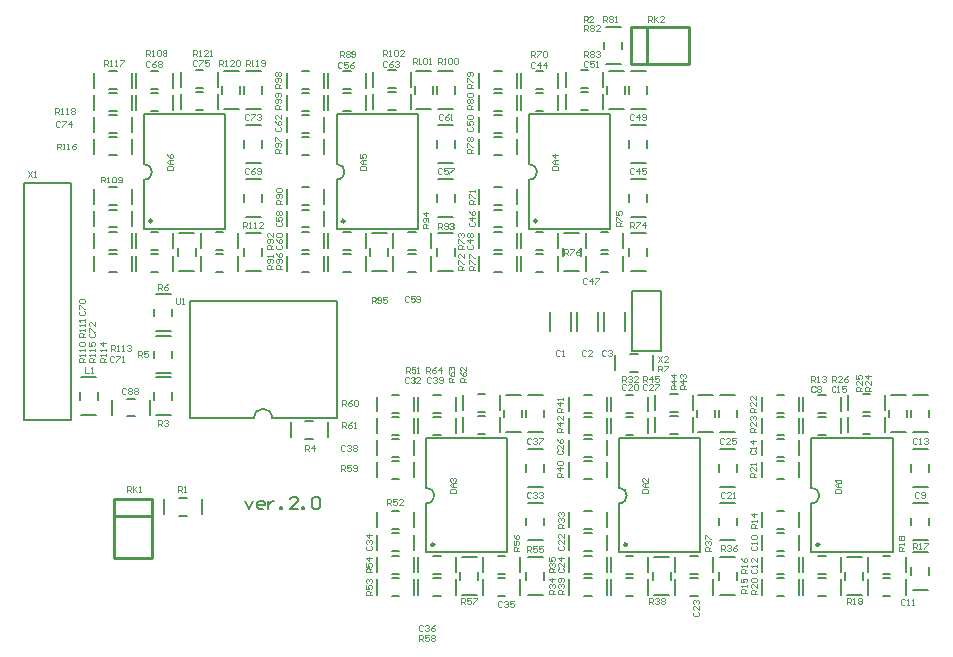
<source format=gto>
G04*
G04 #@! TF.GenerationSoftware,Altium Limited,Altium Designer,22.1.2 (22)*
G04*
G04 Layer_Color=65535*
%FSAX42Y42*%
%MOMM*%
G71*
G04*
G04 #@! TF.SameCoordinates,6FD1DDA5-32B1-4A23-A03F-20BB7E89EF8F*
G04*
G04*
G04 #@! TF.FilePolarity,Positive*
G04*
G01*
G75*
%ADD10C,0.15*%
%ADD11C,0.25*%
%ADD12C,0.15*%
%ADD13C,0.20*%
%ADD14C,0.10*%
D10*
X002351Y002462D02*
G03*
X002199Y002462I-000076J000000D01*
G01*
X003658Y001739D02*
G03*
X003658Y001871I000000J000066D01*
G01*
X001268Y004479D02*
G03*
X001268Y004611I000000J000066D01*
G01*
X002898Y004479D02*
G03*
X002898Y004611I000000J000066D01*
G01*
X004528Y004479D02*
G03*
X004528Y004611I000000J000066D01*
G01*
X005288Y001739D02*
G03*
X005288Y001871I000000J000066D01*
G01*
X006918Y001739D02*
G03*
X006918Y001871I000000J000066D01*
G01*
X001653Y002462D02*
X002199D01*
X002351D02*
X002898D01*
X001653Y003452D02*
X002898D01*
Y002462D02*
Y003452D01*
X001653Y002462D02*
Y003452D01*
X003658Y001324D02*
Y001739D01*
Y001871D02*
Y002292D01*
Y001324D02*
X004344D01*
X003658Y002292D02*
X004344D01*
Y001324D02*
Y002292D01*
X001268Y004065D02*
Y004479D01*
Y004611D02*
Y005032D01*
Y004065D02*
X001954D01*
X001268Y005032D02*
X001954D01*
Y004065D02*
Y005032D01*
X003584Y004065D02*
Y005032D01*
X002898D02*
X003584D01*
X002898Y004065D02*
X003584D01*
X002898Y004611D02*
Y005032D01*
Y004065D02*
Y004479D01*
X005214Y004065D02*
Y005032D01*
X004528D02*
X005214D01*
X004528Y004065D02*
X005214D01*
X004528Y004611D02*
Y005032D01*
Y004065D02*
Y004479D01*
X005974Y001324D02*
Y002292D01*
X005288D02*
X005974D01*
X005288Y001324D02*
X005974D01*
X005288Y001871D02*
Y002292D01*
Y001324D02*
Y001739D01*
X007604Y001324D02*
Y002292D01*
X006918D02*
X007604D01*
X006918Y001324D02*
X007604D01*
X006918Y001871D02*
Y002292D01*
Y001324D02*
Y001739D01*
D11*
X003724Y001389D02*
G03*
X003724Y001389I-000012J000000D01*
G01*
X001334Y004129D02*
G03*
X001334Y004129I-000012J000000D01*
G01*
X002964D02*
G03*
X002964Y004129I-000012J000000D01*
G01*
X004594D02*
G03*
X004594Y004129I-000012J000000D01*
G01*
X005354Y001389D02*
G03*
X005354Y001389I-000012J000000D01*
G01*
X006984D02*
G03*
X006984Y001389I-000012J000000D01*
G01*
X005387Y005454D02*
Y005771D01*
X005526D01*
Y005454D02*
Y005771D01*
X005387Y005454D02*
X005526D01*
Y005771D02*
X005882D01*
Y005454D02*
Y005771D01*
X005526Y005454D02*
X005882D01*
X001016Y001278D02*
Y001634D01*
Y001278D02*
X001334D01*
Y001634D01*
X001016D02*
Y001774D01*
Y001634D02*
X001334D01*
Y001774D01*
X001016D02*
X001334D01*
D12*
X007916Y001134D02*
Y001197D01*
X007764Y001134D02*
Y001197D01*
X007777Y001324D02*
X007904D01*
X007777Y001006D02*
X007904D01*
X005383Y003006D02*
X005447D01*
X005383Y002854D02*
X005447D01*
X005256Y002867D02*
Y002993D01*
X005574Y002867D02*
Y002993D01*
X006974Y001106D02*
X007037D01*
X006974Y000954D02*
X007037D01*
X006847Y000966D02*
Y001094D01*
X007164Y000966D02*
Y001094D01*
X005164Y005583D02*
Y005647D01*
X005316Y005583D02*
Y005647D01*
X005176Y005456D02*
X005303D01*
X005176Y005774D02*
X005303D01*
X001366Y003513D02*
X001494D01*
X001366Y003196D02*
X001494D01*
X001506Y003323D02*
Y003387D01*
X001354Y003323D02*
Y003387D01*
X001366Y003159D02*
X001494D01*
X001366Y002841D02*
X001494D01*
X001506Y002968D02*
Y003032D01*
X001354Y002968D02*
Y003032D01*
X001366Y002804D02*
X001494D01*
X001366Y002486D02*
X001494D01*
X001506Y002614D02*
Y002677D01*
X001354Y002614D02*
Y002677D01*
X000736Y002486D02*
X000864D01*
X000736Y002804D02*
X000864D01*
X000724Y002614D02*
Y002677D01*
X000876Y002614D02*
Y002677D01*
X004093Y002666D02*
X004157D01*
X004093Y002514D02*
X004157D01*
X003966Y002526D02*
Y002653D01*
X004284Y002526D02*
Y002653D01*
X004470Y002466D02*
Y002529D01*
X004317Y002466D02*
Y002529D01*
X004330Y002656D02*
X004457D01*
X004330Y002339D02*
X004457D01*
X004504Y002466D02*
Y002529D01*
X004656Y002466D02*
Y002529D01*
X004517Y002339D02*
X004644D01*
X004517Y002656D02*
X004644D01*
X003363D02*
X003426D01*
X003363Y002504D02*
X003426D01*
X003236Y002517D02*
Y002643D01*
X003553Y002517D02*
Y002643D01*
X003944Y001093D02*
Y001156D01*
X004096Y001093D02*
Y001156D01*
X003956Y000966D02*
X004083D01*
X003956Y001284D02*
X004083D01*
X004656Y001093D02*
Y001156D01*
X004504Y001093D02*
Y001156D01*
X004517Y001284D02*
X004644D01*
X004517Y000966D02*
X004644D01*
X003363Y001106D02*
X003426D01*
X003363Y000954D02*
X003426D01*
X003236Y000966D02*
Y001094D01*
X003553Y000966D02*
Y001094D01*
X003363Y002133D02*
X003426D01*
X003363Y002285D02*
X003426D01*
X003553Y002145D02*
Y002273D01*
X003236Y002145D02*
Y002273D01*
X004504Y002008D02*
Y002072D01*
X004656Y002008D02*
Y002072D01*
X004517Y001881D02*
X004644D01*
X004517Y002199D02*
X004644D01*
X003363Y001334D02*
X003426D01*
X003363Y001486D02*
X003426D01*
X003553Y001347D02*
Y001473D01*
X003236Y001347D02*
Y001473D01*
X004656Y001551D02*
Y001614D01*
X004504Y001551D02*
Y001614D01*
X004517Y001741D02*
X004644D01*
X004517Y001424D02*
X004644D01*
X003363Y002318D02*
X003426D01*
X003363Y002471D02*
X003426D01*
X003553Y002331D02*
Y002458D01*
X003236Y002331D02*
Y002458D01*
X003363Y002100D02*
X003426D01*
X003363Y001947D02*
X003426D01*
X003236Y001960D02*
Y002087D01*
X003553Y001960D02*
Y002087D01*
X003714Y001106D02*
X003777D01*
X003714Y000954D02*
X003777D01*
X003587Y000966D02*
Y001094D01*
X003904Y000966D02*
Y001094D01*
X004453Y001156D02*
Y001284D01*
X004136Y001156D02*
Y001284D01*
X004263Y001144D02*
X004326D01*
X004263Y001296D02*
X004326D01*
X003236Y001156D02*
Y001284D01*
X003553Y001156D02*
Y001284D01*
X003363Y001296D02*
X003426D01*
X003363Y001144D02*
X003426D01*
X003363Y001676D02*
X003426D01*
X003363Y001524D02*
X003426D01*
X003236Y001536D02*
Y001664D01*
X003553Y001536D02*
Y001664D01*
X003904Y002517D02*
Y002643D01*
X003587Y002517D02*
Y002643D01*
X003714Y002504D02*
X003777D01*
X003714Y002656D02*
X003777D01*
X004093Y002328D02*
X004156D01*
X004093Y002481D02*
X004156D01*
X004283Y002341D02*
Y002468D01*
X003966Y002341D02*
Y002468D01*
X003714Y001144D02*
X003777D01*
X003714Y001296D02*
X003777D01*
X003904Y001156D02*
Y001284D01*
X003587Y001156D02*
Y001284D01*
X004453Y000966D02*
Y001094D01*
X004136Y000966D02*
Y001094D01*
X004263Y000954D02*
X004326D01*
X004263Y001106D02*
X004326D01*
X003587Y002331D02*
Y002458D01*
X003904Y002331D02*
Y002458D01*
X003714Y002471D02*
X003777D01*
X003714Y002318D02*
X003777D01*
X001703Y005406D02*
X001767D01*
X001703Y005254D02*
X001767D01*
X001576Y005267D02*
Y005394D01*
X001894Y005267D02*
Y005394D01*
X002080Y005206D02*
Y005269D01*
X001927Y005206D02*
Y005269D01*
X001940Y005396D02*
X002067D01*
X001940Y005079D02*
X002067D01*
X002114Y005206D02*
Y005269D01*
X002266Y005206D02*
Y005269D01*
X002126Y005079D02*
X002253D01*
X002126Y005396D02*
X002253D01*
X000973Y005058D02*
X001036D01*
X000973Y005211D02*
X001036D01*
X001164Y005071D02*
Y005198D01*
X000846Y005071D02*
Y005198D01*
X000973Y005396D02*
X001036D01*
X000973Y005244D02*
X001036D01*
X000846Y005257D02*
Y005384D01*
X001164Y005257D02*
Y005384D01*
X000973Y004840D02*
X001036D01*
X000973Y004687D02*
X001036D01*
X000846Y004700D02*
Y004827D01*
X001164Y004700D02*
Y004827D01*
X001324Y003846D02*
X001387D01*
X001324Y003694D02*
X001387D01*
X001197Y003706D02*
Y003833D01*
X001514Y003706D02*
Y003833D01*
X001554Y003833D02*
Y003897D01*
X001706Y003833D02*
Y003897D01*
X001566Y003706D02*
X001693D01*
X001566Y004024D02*
X001693D01*
X001873Y004036D02*
X001936D01*
X001873Y003884D02*
X001936D01*
X001746Y003897D02*
Y004024D01*
X002064Y003897D02*
Y004024D01*
X002266Y003833D02*
Y003897D01*
X002114Y003833D02*
Y003897D01*
X002127Y004024D02*
X002254D01*
X002127Y003706D02*
X002254D01*
X000973Y003884D02*
X001036D01*
X000973Y004036D02*
X001036D01*
X001164Y003897D02*
Y004024D01*
X000846Y003897D02*
Y004024D01*
X000973Y003846D02*
X001036D01*
X000973Y003694D02*
X001036D01*
X000846Y003706D02*
Y003833D01*
X001164Y003706D02*
Y003833D01*
X000973Y004416D02*
X001036D01*
X000973Y004264D02*
X001036D01*
X000846Y004276D02*
Y004403D01*
X001164Y004276D02*
Y004403D01*
X001514Y005257D02*
Y005384D01*
X001197Y005257D02*
Y005384D01*
X001324Y005244D02*
X001387D01*
X001324Y005396D02*
X001387D01*
X001703Y005068D02*
X001767D01*
X001703Y005221D02*
X001767D01*
X001893Y005081D02*
Y005208D01*
X001576Y005081D02*
Y005208D01*
X000973Y004873D02*
X001036D01*
X000973Y005025D02*
X001036D01*
X001164Y004886D02*
Y005013D01*
X000846Y004886D02*
Y005013D01*
X002114Y004748D02*
Y004812D01*
X002266Y004748D02*
Y004812D01*
X002126Y004621D02*
X002253D01*
X002126Y004939D02*
X002253D01*
X001324Y003884D02*
X001387D01*
X001324Y004036D02*
X001387D01*
X001514Y003897D02*
Y004024D01*
X001197Y003897D02*
Y004024D01*
X002064Y003706D02*
Y003833D01*
X001746Y003706D02*
Y003833D01*
X001873Y003694D02*
X001936D01*
X001873Y003846D02*
X001936D01*
X000973Y004074D02*
X001036D01*
X000973Y004226D02*
X001036D01*
X001164Y004087D02*
Y004213D01*
X000846Y004087D02*
Y004213D01*
X002266Y004291D02*
Y004354D01*
X002114Y004291D02*
Y004354D01*
X002127Y004481D02*
X002254D01*
X002127Y004164D02*
X002254D01*
X001197Y005071D02*
Y005198D01*
X001514Y005071D02*
Y005198D01*
X001324Y005211D02*
X001387D01*
X001324Y005058D02*
X001387D01*
X002633Y002284D02*
X002697D01*
X002633Y002436D02*
X002697D01*
X002824Y002297D02*
Y002424D01*
X002507Y002297D02*
Y002424D01*
X003524Y005267D02*
Y005394D01*
X003206Y005267D02*
Y005394D01*
X003333Y005254D02*
X003397D01*
X003333Y005406D02*
X003397D01*
X003570Y005079D02*
X003697D01*
X003570Y005396D02*
X003697D01*
X003557Y005206D02*
Y005269D01*
X003710Y005206D02*
Y005269D01*
X003756Y005396D02*
X003883D01*
X003756Y005079D02*
X003883D01*
X003896Y005206D02*
Y005269D01*
X003744Y005206D02*
Y005269D01*
X002476Y005071D02*
Y005198D01*
X002793Y005071D02*
Y005198D01*
X002603Y005211D02*
X002667D01*
X002603Y005058D02*
X002667D01*
X002793Y005257D02*
Y005384D01*
X002476Y005257D02*
Y005384D01*
X002603Y005244D02*
X002667D01*
X002603Y005396D02*
X002667D01*
X002793Y004700D02*
Y004827D01*
X002476Y004700D02*
Y004827D01*
X002603Y004687D02*
X002667D01*
X002603Y004840D02*
X002667D01*
X003144Y003706D02*
Y003833D01*
X002827Y003706D02*
Y003833D01*
X002954Y003694D02*
X003017D01*
X002954Y003846D02*
X003017D01*
X003197Y004024D02*
X003324D01*
X003197Y003706D02*
X003324D01*
X003336Y003833D02*
Y003897D01*
X003184Y003833D02*
Y003897D01*
X003694Y003897D02*
Y004024D01*
X003376Y003897D02*
Y004024D01*
X003503Y003884D02*
X003567D01*
X003503Y004036D02*
X003567D01*
X003757Y003706D02*
X003884D01*
X003757Y004024D02*
X003884D01*
X003744Y003833D02*
Y003897D01*
X003896Y003833D02*
Y003897D01*
X002476Y003897D02*
Y004024D01*
X002793Y003897D02*
Y004024D01*
X002603Y004036D02*
X002667D01*
X002603Y003884D02*
X002667D01*
X002793Y003706D02*
Y003833D01*
X002476Y003706D02*
Y003833D01*
X002603Y003694D02*
X002667D01*
X002603Y003846D02*
X002667D01*
X002793Y004276D02*
Y004403D01*
X002476Y004276D02*
Y004403D01*
X002603Y004264D02*
X002667D01*
X002603Y004416D02*
X002667D01*
X002954Y005396D02*
X003017D01*
X002954Y005244D02*
X003017D01*
X002827Y005257D02*
Y005384D01*
X003144Y005257D02*
Y005384D01*
X003206Y005081D02*
Y005208D01*
X003524Y005081D02*
Y005208D01*
X003333Y005221D02*
X003397D01*
X003333Y005068D02*
X003397D01*
X002476Y004886D02*
Y005013D01*
X002793Y004886D02*
Y005013D01*
X002603Y005025D02*
X002667D01*
X002603Y004873D02*
X002667D01*
X003756Y004939D02*
X003883D01*
X003756Y004621D02*
X003883D01*
X003896Y004748D02*
Y004812D01*
X003744Y004748D02*
Y004812D01*
X002827Y003897D02*
Y004024D01*
X003144Y003897D02*
Y004024D01*
X002954Y004036D02*
X003017D01*
X002954Y003884D02*
X003017D01*
X003503Y003846D02*
X003567D01*
X003503Y003694D02*
X003567D01*
X003376Y003706D02*
Y003833D01*
X003694Y003706D02*
Y003833D01*
X002476Y004087D02*
Y004213D01*
X002793Y004087D02*
Y004213D01*
X002603Y004226D02*
X002667D01*
X002603Y004074D02*
X002667D01*
X003757Y004164D02*
X003884D01*
X003757Y004481D02*
X003884D01*
X003744Y004291D02*
Y004354D01*
X003896Y004291D02*
Y004354D01*
X002954Y005058D02*
X003017D01*
X002954Y005211D02*
X003017D01*
X003144Y005071D02*
Y005198D01*
X002827Y005071D02*
Y005198D01*
X005153Y005267D02*
Y005394D01*
X004836Y005267D02*
Y005394D01*
X004963Y005254D02*
X005026D01*
X004963Y005406D02*
X005026D01*
X005200Y005079D02*
X005327D01*
X005200Y005396D02*
X005327D01*
X005187Y005206D02*
Y005269D01*
X005340Y005206D02*
Y005269D01*
X005387Y005396D02*
X005513D01*
X005387Y005079D02*
X005513D01*
X005526Y005206D02*
Y005269D01*
X005374Y005206D02*
Y005269D01*
X004106Y005071D02*
Y005198D01*
X004424Y005071D02*
Y005198D01*
X004233Y005211D02*
X004297D01*
X004233Y005058D02*
X004297D01*
X004424Y005257D02*
Y005384D01*
X004106Y005257D02*
Y005384D01*
X004233Y005244D02*
X004297D01*
X004233Y005396D02*
X004297D01*
X004424Y004700D02*
Y004827D01*
X004106Y004700D02*
Y004827D01*
X004233Y004687D02*
X004297D01*
X004233Y004840D02*
X004297D01*
X004774Y003706D02*
Y003833D01*
X004457Y003706D02*
Y003833D01*
X004584Y003694D02*
X004647D01*
X004584Y003846D02*
X004647D01*
X004826Y004024D02*
X004953D01*
X004826Y003706D02*
X004953D01*
X004966Y003833D02*
Y003897D01*
X004814Y003833D02*
Y003897D01*
X005324Y003897D02*
Y004024D01*
X005006Y003897D02*
Y004024D01*
X005133Y003884D02*
X005197D01*
X005133Y004036D02*
X005197D01*
X005387Y003706D02*
X005514D01*
X005387Y004024D02*
X005514D01*
X005374Y003833D02*
Y003897D01*
X005526Y003833D02*
Y003897D01*
X004106Y003897D02*
Y004024D01*
X004424Y003897D02*
Y004024D01*
X004233Y004036D02*
X004297D01*
X004233Y003884D02*
X004297D01*
X004424Y003706D02*
Y003833D01*
X004106Y003706D02*
Y003833D01*
X004233Y003694D02*
X004297D01*
X004233Y003846D02*
X004297D01*
X004424Y004276D02*
Y004403D01*
X004106Y004276D02*
Y004403D01*
X004233Y004264D02*
X004297D01*
X004233Y004416D02*
X004297D01*
X004584Y005396D02*
X004647D01*
X004584Y005244D02*
X004647D01*
X004457Y005257D02*
Y005384D01*
X004774Y005257D02*
Y005384D01*
X004836Y005081D02*
Y005208D01*
X005153Y005081D02*
Y005208D01*
X004963Y005221D02*
X005026D01*
X004963Y005068D02*
X005026D01*
X004106Y004886D02*
Y005013D01*
X004424Y004886D02*
Y005013D01*
X004233Y005025D02*
X004297D01*
X004233Y004873D02*
X004297D01*
X005387Y004939D02*
X005513D01*
X005387Y004621D02*
X005513D01*
X005526Y004748D02*
Y004812D01*
X005374Y004748D02*
Y004812D01*
X004456Y003897D02*
Y004024D01*
X004774Y003897D02*
Y004024D01*
X004583Y004036D02*
X004647D01*
X004583Y003884D02*
X004647D01*
X005133Y003846D02*
X005197D01*
X005133Y003694D02*
X005197D01*
X005006Y003706D02*
Y003833D01*
X005324Y003706D02*
Y003833D01*
X004106Y004087D02*
Y004213D01*
X004424Y004087D02*
Y004213D01*
X004233Y004226D02*
X004297D01*
X004233Y004074D02*
X004297D01*
X005387Y004164D02*
X005514D01*
X005387Y004481D02*
X005514D01*
X005374Y004291D02*
Y004354D01*
X005526Y004291D02*
Y004354D01*
X004583Y005058D02*
X004647D01*
X004583Y005211D02*
X004647D01*
X004774Y005071D02*
Y005198D01*
X004456Y005071D02*
Y005198D01*
X005914Y002526D02*
Y002653D01*
X005596Y002526D02*
Y002653D01*
X005723Y002514D02*
X005787D01*
X005723Y002666D02*
X005787D01*
X005960Y002339D02*
X006087D01*
X005960Y002656D02*
X006087D01*
X005947Y002466D02*
Y002529D01*
X006100Y002466D02*
Y002529D01*
X006147Y002656D02*
X006274D01*
X006147Y002339D02*
X006274D01*
X006286Y002466D02*
Y002529D01*
X006134Y002466D02*
Y002529D01*
X004866Y002331D02*
Y002458D01*
X005183Y002331D02*
Y002458D01*
X004993Y002471D02*
X005056D01*
X004993Y002318D02*
X005056D01*
X005183Y002517D02*
Y002643D01*
X004866Y002517D02*
Y002643D01*
X004993Y002504D02*
X005056D01*
X004993Y002656D02*
X005056D01*
X005183Y001960D02*
Y002087D01*
X004866Y001960D02*
Y002087D01*
X004993Y001947D02*
X005056D01*
X004993Y002100D02*
X005056D01*
X005534Y000966D02*
Y001094D01*
X005217Y000966D02*
Y001094D01*
X005344Y000954D02*
X005407D01*
X005344Y001106D02*
X005407D01*
X005587Y001284D02*
X005713D01*
X005587Y000966D02*
X005713D01*
X005726Y001093D02*
Y001156D01*
X005574Y001093D02*
Y001156D01*
X006083Y001156D02*
Y001284D01*
X005766Y001156D02*
Y001284D01*
X005893Y001144D02*
X005956D01*
X005893Y001296D02*
X005956D01*
X006147Y000966D02*
X006274D01*
X006147Y001284D02*
X006274D01*
X006134Y001093D02*
Y001156D01*
X006286Y001093D02*
Y001156D01*
X004866Y001156D02*
Y001284D01*
X005183Y001156D02*
Y001284D01*
X004993Y001296D02*
X005056D01*
X004993Y001144D02*
X005056D01*
X005183Y000966D02*
Y001094D01*
X004866Y000966D02*
Y001094D01*
X004993Y000954D02*
X005056D01*
X004993Y001106D02*
X005056D01*
X005183Y001536D02*
Y001664D01*
X004866Y001536D02*
Y001664D01*
X004993Y001524D02*
X005056D01*
X004993Y001676D02*
X005056D01*
X005344Y002656D02*
X005407D01*
X005344Y002504D02*
X005407D01*
X005217Y002517D02*
Y002643D01*
X005534Y002517D02*
Y002643D01*
X005596Y002341D02*
Y002468D01*
X005913Y002341D02*
Y002468D01*
X005723Y002481D02*
X005787D01*
X005723Y002328D02*
X005787D01*
X004866Y002145D02*
Y002273D01*
X005183Y002145D02*
Y002273D01*
X004993Y002285D02*
X005056D01*
X004993Y002133D02*
X005056D01*
X006147Y002199D02*
X006274D01*
X006147Y001881D02*
X006274D01*
X006286Y002008D02*
Y002072D01*
X006134Y002008D02*
Y002072D01*
X005217Y001156D02*
Y001284D01*
X005534Y001156D02*
Y001284D01*
X005344Y001296D02*
X005407D01*
X005344Y001144D02*
X005407D01*
X005893Y001106D02*
X005956D01*
X005893Y000954D02*
X005956D01*
X005766Y000966D02*
Y001094D01*
X006083Y000966D02*
Y001094D01*
X004866Y001347D02*
Y001473D01*
X005183Y001347D02*
Y001473D01*
X004993Y001486D02*
X005056D01*
X004993Y001334D02*
X005056D01*
X006147Y001424D02*
X006274D01*
X006147Y001741D02*
X006274D01*
X006134Y001551D02*
Y001614D01*
X006286Y001551D02*
Y001614D01*
X005344Y002318D02*
X005407D01*
X005344Y002471D02*
X005407D01*
X005534Y002331D02*
Y002458D01*
X005217Y002331D02*
Y002458D01*
X007544Y002526D02*
Y002653D01*
X007226Y002526D02*
Y002653D01*
X007353Y002514D02*
X007417D01*
X007353Y002666D02*
X007417D01*
X007590Y002339D02*
X007717D01*
X007590Y002656D02*
X007717D01*
X007577Y002466D02*
Y002529D01*
X007730Y002466D02*
Y002529D01*
X007776Y002656D02*
X007904D01*
X007776Y002339D02*
X007904D01*
X007916Y002466D02*
Y002529D01*
X007764Y002466D02*
Y002529D01*
X006496Y002331D02*
Y002458D01*
X006814Y002331D02*
Y002458D01*
X006623Y002471D02*
X006686D01*
X006623Y002318D02*
X006686D01*
X006814Y002517D02*
Y002643D01*
X006496Y002517D02*
Y002643D01*
X006623Y002504D02*
X006686D01*
X006623Y002656D02*
X006686D01*
X006814Y001960D02*
Y002087D01*
X006496Y001960D02*
Y002087D01*
X006623Y001947D02*
X006686D01*
X006623Y002100D02*
X006686D01*
X007217Y001284D02*
X007343D01*
X007217Y000966D02*
X007343D01*
X007356Y001093D02*
Y001156D01*
X007204Y001093D02*
Y001156D01*
X007714Y001156D02*
Y001284D01*
X007396Y001156D02*
Y001284D01*
X007523Y001144D02*
X007586D01*
X007523Y001296D02*
X007586D01*
X006496Y001156D02*
Y001284D01*
X006814Y001156D02*
Y001284D01*
X006623Y001296D02*
X006686D01*
X006623Y001144D02*
X006686D01*
X006814Y000966D02*
Y001094D01*
X006496Y000966D02*
Y001094D01*
X006623Y000954D02*
X006686D01*
X006623Y001106D02*
X006686D01*
X006814Y001536D02*
Y001664D01*
X006496Y001536D02*
Y001664D01*
X006623Y001524D02*
X006686D01*
X006623Y001676D02*
X006686D01*
X006974Y002656D02*
X007037D01*
X006974Y002504D02*
X007037D01*
X006847Y002517D02*
Y002643D01*
X007164Y002517D02*
Y002643D01*
X007226Y002341D02*
Y002468D01*
X007543Y002341D02*
Y002468D01*
X007353Y002481D02*
X007417D01*
X007353Y002328D02*
X007417D01*
X006496Y002145D02*
Y002273D01*
X006814Y002145D02*
Y002273D01*
X006623Y002285D02*
X006686D01*
X006623Y002133D02*
X006686D01*
X007776Y002199D02*
X007904D01*
X007776Y001881D02*
X007904D01*
X007916Y002008D02*
Y002072D01*
X007764Y002008D02*
Y002072D01*
X006846Y001156D02*
Y001284D01*
X007164Y001156D02*
Y001284D01*
X006974Y001296D02*
X007037D01*
X006974Y001144D02*
X007037D01*
X007523Y001106D02*
X007586D01*
X007523Y000954D02*
X007586D01*
X007396Y000966D02*
Y001094D01*
X007714Y000966D02*
Y001094D01*
X006496Y001347D02*
Y001473D01*
X006814Y001347D02*
Y001473D01*
X006623Y001486D02*
X006686D01*
X006623Y001334D02*
X006686D01*
X007777Y001424D02*
X007904D01*
X007777Y001741D02*
X007904D01*
X007764Y001551D02*
Y001614D01*
X007916Y001551D02*
Y001614D01*
X006974Y002318D02*
X007037D01*
X006974Y002471D02*
X007037D01*
X007164Y002331D02*
Y002458D01*
X006846Y002331D02*
Y002458D01*
X001564Y001634D02*
X001627D01*
X001564Y001786D02*
X001627D01*
X001754Y001647D02*
Y001774D01*
X001436Y001647D02*
Y001774D01*
X000997Y002486D02*
Y002614D01*
X001314Y002486D02*
Y002614D01*
X001123Y002626D02*
X001187D01*
X001123Y002474D02*
X001187D01*
X000247Y002447D02*
Y004447D01*
Y002447D02*
X000647D01*
Y004447D01*
X000247D02*
X000647D01*
D13*
X005395Y003029D02*
Y003537D01*
X005645Y003030D02*
Y003537D01*
X005395Y003029D02*
X005644D01*
X005395Y003537D02*
X005645D01*
X005160Y003200D02*
Y003360D01*
X005340D02*
X005341Y003201D01*
X004930Y003200D02*
Y003360D01*
X005110D02*
X005111Y003201D01*
X004700Y003200D02*
Y003360D01*
X004880D02*
X004881Y003201D01*
X002120Y001757D02*
X002153Y001690D01*
X002187Y001757D01*
X002270Y001690D02*
X002237D01*
X002220Y001707D01*
Y001740D01*
X002237Y001757D01*
X002270D01*
X002287Y001740D01*
Y001723D01*
X002220D01*
X002320Y001757D02*
Y001690D01*
Y001723D01*
X002337Y001740D01*
X002353Y001757D01*
X002370D01*
X002420Y001690D02*
Y001707D01*
X002437D01*
Y001690D01*
X002420D01*
X002570D02*
X002503D01*
X002570Y001757D01*
Y001773D01*
X002553Y001790D01*
X002520D01*
X002503Y001773D01*
X002603Y001690D02*
Y001707D01*
X002620D01*
Y001690D01*
X002603D01*
X002686Y001773D02*
X002703Y001790D01*
X002736D01*
X002753Y001773D01*
Y001707D01*
X002736Y001690D01*
X002703D01*
X002686Y001707D01*
Y001773D01*
D14*
X001537Y003475D02*
Y003433D01*
X001545Y003425D01*
X001562D01*
X001570Y003433D01*
Y003475D01*
X001587Y003425D02*
X001603D01*
X001595D01*
Y003475D01*
X001587Y003467D01*
X007779Y001350D02*
Y001400D01*
X007804D01*
X007813Y001391D01*
Y001375D01*
X007804Y001366D01*
X007779D01*
X007796D02*
X007813Y001350D01*
X007829D02*
X007846D01*
X007838D01*
Y001400D01*
X007829Y001391D01*
X007871Y001400D02*
X007904D01*
Y001391D01*
X007871Y001358D01*
Y001350D01*
X005315Y004083D02*
X005265D01*
Y004108D01*
X005273Y004117D01*
X005290D01*
X005298Y004108D01*
Y004083D01*
Y004100D02*
X005315Y004117D01*
X005265Y004133D02*
Y004167D01*
X005273D01*
X005307Y004133D01*
X005315D01*
X005265Y004217D02*
Y004183D01*
X005290D01*
X005282Y004200D01*
Y004208D01*
X005290Y004217D01*
X005307D01*
X005315Y004208D01*
Y004192D01*
X005307Y004183D01*
X005017Y003637D02*
X005008Y003645D01*
X004992D01*
X004983Y003637D01*
Y003603D01*
X004992Y003595D01*
X005008D01*
X005017Y003603D01*
X005058Y003595D02*
Y003645D01*
X005033Y003620D01*
X005067D01*
X005083Y003645D02*
X005117D01*
Y003637D01*
X005083Y003603D01*
Y003595D01*
X005618Y002855D02*
Y002905D01*
X005643D01*
X005652Y002897D01*
Y002880D01*
X005643Y002872D01*
X005618D01*
X005635D02*
X005652Y002855D01*
X005668Y002905D02*
X005702D01*
Y002897D01*
X005668Y002863D01*
Y002855D01*
X005533Y005815D02*
Y005865D01*
X005558D01*
X005567Y005857D01*
Y005840D01*
X005558Y005832D01*
X005533D01*
X005550D02*
X005567Y005815D01*
X005583Y005865D02*
Y005815D01*
Y005832D01*
X005617Y005865D01*
X005592Y005840D01*
X005617Y005815D01*
X005667D02*
X005633D01*
X005667Y005848D01*
Y005857D01*
X005658Y005865D01*
X005642D01*
X005633Y005857D01*
X004988Y005815D02*
Y005865D01*
X005013D01*
X005022Y005857D01*
Y005840D01*
X005013Y005832D01*
X004988D01*
X005005D02*
X005022Y005815D01*
X005072D02*
X005038D01*
X005072Y005848D01*
Y005857D01*
X005063Y005865D01*
X005047D01*
X005038Y005857D01*
X001117Y002707D02*
X001108Y002715D01*
X001092D01*
X001083Y002707D01*
Y002673D01*
X001092Y002665D01*
X001108D01*
X001117Y002673D01*
X001133Y002707D02*
X001142Y002715D01*
X001158D01*
X001167Y002707D01*
Y002698D01*
X001158Y002690D01*
X001167Y002682D01*
Y002673D01*
X001158Y002665D01*
X001142D01*
X001133Y002673D01*
Y002682D01*
X001142Y002690D01*
X001133Y002698D01*
Y002707D01*
X001142Y002690D02*
X001158D01*
X001183Y002707D02*
X001192Y002715D01*
X001208D01*
X001217Y002707D01*
Y002698D01*
X001208Y002690D01*
X001217Y002682D01*
Y002673D01*
X001208Y002665D01*
X001192D01*
X001183Y002673D01*
Y002682D01*
X001192Y002690D01*
X001183Y002698D01*
Y002707D01*
X001192Y002690D02*
X001208D01*
X001122Y001835D02*
Y001885D01*
X001147D01*
X001155Y001877D01*
Y001860D01*
X001147Y001852D01*
X001122D01*
X001138D02*
X001155Y001835D01*
X001172Y001885D02*
Y001835D01*
Y001852D01*
X001205Y001885D01*
X001180Y001860D01*
X001205Y001835D01*
X001222D02*
X001238D01*
X001230D01*
Y001885D01*
X001222Y001877D01*
X005618Y002985D02*
X005652Y002935D01*
Y002985D02*
X005618Y002935D01*
X005702D02*
X005668D01*
X005702Y002968D01*
Y002977D01*
X005693Y002985D01*
X005677D01*
X005668Y002977D01*
X001681Y005525D02*
Y005575D01*
X001706D01*
X001714Y005567D01*
Y005550D01*
X001706Y005542D01*
X001681D01*
X001698D02*
X001714Y005525D01*
X001731D02*
X001748D01*
X001739D01*
Y005575D01*
X001731Y005567D01*
X001806Y005525D02*
X001772D01*
X001806Y005558D01*
Y005567D01*
X001797Y005575D01*
X001781D01*
X001772Y005567D01*
X001822Y005525D02*
X001839D01*
X001831D01*
Y005575D01*
X001822Y005567D01*
X001903Y005445D02*
Y005495D01*
X001928D01*
X001936Y005487D01*
Y005470D01*
X001928Y005462D01*
X001903D01*
X001919D02*
X001936Y005445D01*
X001953D02*
X001969D01*
X001961D01*
Y005495D01*
X001953Y005487D01*
X002027Y005445D02*
X001994D01*
X002027Y005478D01*
Y005487D01*
X002019Y005495D01*
X002002D01*
X001994Y005487D01*
X002044D02*
X002052Y005495D01*
X002069D01*
X002077Y005487D01*
Y005453D01*
X002069Y005445D01*
X002052D01*
X002044Y005453D01*
Y005487D01*
X002127Y005445D02*
Y005495D01*
X002152D01*
X002160Y005487D01*
Y005470D01*
X002152Y005462D01*
X002127D01*
X002143D02*
X002160Y005445D01*
X002177D02*
X002193D01*
X002185D01*
Y005495D01*
X002177Y005487D01*
X002218Y005445D02*
X002235D01*
X002227D01*
Y005495D01*
X002218Y005487D01*
X002260Y005453D02*
X002268Y005445D01*
X002285D01*
X002293Y005453D01*
Y005487D01*
X002285Y005495D01*
X002268D01*
X002260Y005487D01*
Y005478D01*
X002268Y005470D01*
X002293D01*
X000517Y005035D02*
Y005085D01*
X000542D01*
X000550Y005077D01*
Y005060D01*
X000542Y005052D01*
X000517D01*
X000533D02*
X000550Y005035D01*
X000567D02*
X000583D01*
X000575D01*
Y005085D01*
X000567Y005077D01*
X000608Y005035D02*
X000625D01*
X000617D01*
Y005085D01*
X000608Y005077D01*
X000650D02*
X000658Y005085D01*
X000675D01*
X000683Y005077D01*
Y005068D01*
X000675Y005060D01*
X000683Y005052D01*
Y005043D01*
X000675Y005035D01*
X000658D01*
X000650Y005043D01*
Y005052D01*
X000658Y005060D01*
X000650Y005068D01*
Y005077D01*
X000658Y005060D02*
X000675D01*
X000927Y005445D02*
Y005495D01*
X000952D01*
X000960Y005487D01*
Y005470D01*
X000952Y005462D01*
X000927D01*
X000943D02*
X000960Y005445D01*
X000977D02*
X000993D01*
X000985D01*
Y005495D01*
X000977Y005487D01*
X001018Y005445D02*
X001035D01*
X001027D01*
Y005495D01*
X001018Y005487D01*
X001060Y005495D02*
X001093D01*
Y005487D01*
X001060Y005453D01*
Y005445D01*
X000527Y004735D02*
Y004785D01*
X000552D01*
X000560Y004777D01*
Y004760D01*
X000552Y004752D01*
X000527D01*
X000543D02*
X000560Y004735D01*
X000577D02*
X000593D01*
X000585D01*
Y004785D01*
X000577Y004777D01*
X000618Y004735D02*
X000635D01*
X000627D01*
Y004785D01*
X000618Y004777D01*
X000693Y004785D02*
X000677Y004777D01*
X000660Y004760D01*
Y004743D01*
X000668Y004735D01*
X000685D01*
X000693Y004743D01*
Y004752D01*
X000685Y004760D01*
X000660D01*
X000855Y002937D02*
X000805D01*
Y002962D01*
X000813Y002970D01*
X000830D01*
X000838Y002962D01*
Y002937D01*
Y002953D02*
X000855Y002970D01*
Y002987D02*
Y003003D01*
Y002995D01*
X000805D01*
X000813Y002987D01*
X000855Y003028D02*
Y003045D01*
Y003037D01*
X000805D01*
X000813Y003028D01*
X000805Y003103D02*
Y003070D01*
X000830D01*
X000822Y003087D01*
Y003095D01*
X000830Y003103D01*
X000847D01*
X000855Y003095D01*
Y003078D01*
X000847Y003070D01*
X000945Y002937D02*
X000895D01*
Y002962D01*
X000903Y002970D01*
X000920D01*
X000928Y002962D01*
Y002937D01*
Y002953D02*
X000945Y002970D01*
Y002987D02*
Y003003D01*
Y002995D01*
X000895D01*
X000903Y002987D01*
X000945Y003028D02*
Y003045D01*
Y003037D01*
X000895D01*
X000903Y003028D01*
X000945Y003095D02*
X000895D01*
X000920Y003070D01*
Y003103D01*
X000987Y003025D02*
Y003075D01*
X001012D01*
X001020Y003067D01*
Y003050D01*
X001012Y003042D01*
X000987D01*
X001003D02*
X001020Y003025D01*
X001037D02*
X001053D01*
X001045D01*
Y003075D01*
X001037Y003067D01*
X001078Y003025D02*
X001095D01*
X001087D01*
Y003075D01*
X001078Y003067D01*
X001120D02*
X001128Y003075D01*
X001145D01*
X001153Y003067D01*
Y003058D01*
X001145Y003050D01*
X001137D01*
X001145D01*
X001153Y003042D01*
Y003033D01*
X001145Y003025D01*
X001128D01*
X001120Y003033D01*
X002107Y004068D02*
Y004118D01*
X002132D01*
X002140Y004110D01*
Y004093D01*
X002132Y004085D01*
X002107D01*
X002123D02*
X002140Y004068D01*
X002157D02*
X002173D01*
X002165D01*
Y004118D01*
X002157Y004110D01*
X002198Y004068D02*
X002215D01*
X002207D01*
Y004118D01*
X002198Y004110D01*
X002273Y004068D02*
X002240D01*
X002273Y004102D01*
Y004110D01*
X002265Y004118D01*
X002248D01*
X002240Y004110D01*
X000765Y003145D02*
X000715D01*
Y003170D01*
X000723Y003178D01*
X000740D01*
X000748Y003170D01*
Y003145D01*
Y003162D02*
X000765Y003178D01*
Y003195D02*
Y003212D01*
Y003203D01*
X000715D01*
X000723Y003195D01*
X000765Y003237D02*
Y003253D01*
Y003245D01*
X000715D01*
X000723Y003237D01*
X000765Y003278D02*
Y003295D01*
Y003287D01*
X000715D01*
X000723Y003278D01*
X000765Y002937D02*
X000715D01*
Y002962D01*
X000723Y002970D01*
X000740D01*
X000748Y002962D01*
Y002937D01*
Y002953D02*
X000765Y002970D01*
Y002987D02*
Y003003D01*
Y002995D01*
X000715D01*
X000723Y002987D01*
X000765Y003028D02*
Y003045D01*
Y003037D01*
X000715D01*
X000723Y003028D01*
Y003070D02*
X000715Y003078D01*
Y003095D01*
X000723Y003103D01*
X000757D01*
X000765Y003095D01*
Y003078D01*
X000757Y003070D01*
X000723D01*
X000903Y004455D02*
Y004505D01*
X000928D01*
X000936Y004497D01*
Y004480D01*
X000928Y004472D01*
X000903D01*
X000919D02*
X000936Y004455D01*
X000953D02*
X000969D01*
X000961D01*
Y004505D01*
X000953Y004497D01*
X000994D02*
X001002Y004505D01*
X001019D01*
X001027Y004497D01*
Y004463D01*
X001019Y004455D01*
X001002D01*
X000994Y004463D01*
Y004497D01*
X001044Y004463D02*
X001052Y004455D01*
X001069D01*
X001077Y004463D01*
Y004497D01*
X001069Y004505D01*
X001052D01*
X001044Y004497D01*
Y004488D01*
X001052Y004480D01*
X001077D01*
X001283Y005525D02*
Y005575D01*
X001308D01*
X001316Y005567D01*
Y005550D01*
X001308Y005542D01*
X001283D01*
X001299D02*
X001316Y005525D01*
X001333D02*
X001349D01*
X001341D01*
Y005575D01*
X001333Y005567D01*
X001374D02*
X001382Y005575D01*
X001399D01*
X001407Y005567D01*
Y005533D01*
X001399Y005525D01*
X001382D01*
X001374Y005533D01*
Y005567D01*
X001424D02*
X001432Y005575D01*
X001449D01*
X001457Y005567D01*
Y005558D01*
X001449Y005550D01*
X001457Y005542D01*
Y005533D01*
X001449Y005525D01*
X001432D01*
X001424Y005533D01*
Y005542D01*
X001432Y005550D01*
X001424Y005558D01*
Y005567D01*
X001432Y005550D02*
X001449D01*
X003293Y005525D02*
Y005575D01*
X003318D01*
X003326Y005567D01*
Y005550D01*
X003318Y005542D01*
X003293D01*
X003309D02*
X003326Y005525D01*
X003343D02*
X003359D01*
X003351D01*
Y005575D01*
X003343Y005567D01*
X003384D02*
X003392Y005575D01*
X003409D01*
X003417Y005567D01*
Y005533D01*
X003409Y005525D01*
X003392D01*
X003384Y005533D01*
Y005567D01*
X003467Y005525D02*
X003434D01*
X003467Y005558D01*
Y005567D01*
X003459Y005575D01*
X003442D01*
X003434Y005567D01*
X003541Y005455D02*
Y005505D01*
X003566D01*
X003574Y005497D01*
Y005480D01*
X003566Y005472D01*
X003541D01*
X003558D02*
X003574Y005455D01*
X003591D02*
X003608D01*
X003599D01*
Y005505D01*
X003591Y005497D01*
X003632D02*
X003641Y005505D01*
X003657D01*
X003666Y005497D01*
Y005463D01*
X003657Y005455D01*
X003641D01*
X003632Y005463D01*
Y005497D01*
X003682Y005455D02*
X003699D01*
X003691D01*
Y005505D01*
X003682Y005497D01*
X003753Y005455D02*
Y005505D01*
X003778D01*
X003786Y005497D01*
Y005480D01*
X003778Y005472D01*
X003753D01*
X003769D02*
X003786Y005455D01*
X003803D02*
X003819D01*
X003811D01*
Y005505D01*
X003803Y005497D01*
X003844D02*
X003852Y005505D01*
X003869D01*
X003877Y005497D01*
Y005463D01*
X003869Y005455D01*
X003852D01*
X003844Y005463D01*
Y005497D01*
X003894D02*
X003902Y005505D01*
X003919D01*
X003927Y005497D01*
Y005463D01*
X003919Y005455D01*
X003902D01*
X003894Y005463D01*
Y005497D01*
X002425Y005081D02*
X002375D01*
Y005106D01*
X002383Y005114D01*
X002400D01*
X002408Y005106D01*
Y005081D01*
Y005098D02*
X002425Y005114D01*
X002417Y005131D02*
X002425Y005139D01*
Y005156D01*
X002417Y005164D01*
X002383D01*
X002375Y005156D01*
Y005139D01*
X002383Y005131D01*
X002392D01*
X002400Y005139D01*
Y005164D01*
X002417Y005181D02*
X002425Y005189D01*
Y005206D01*
X002417Y005214D01*
X002383D01*
X002375Y005206D01*
Y005189D01*
X002383Y005181D01*
X002392D01*
X002400Y005189D01*
Y005214D01*
X002425Y005253D02*
X002375D01*
Y005278D01*
X002383Y005287D01*
X002400D01*
X002408Y005278D01*
Y005253D01*
Y005270D02*
X002425Y005287D01*
X002417Y005303D02*
X002425Y005312D01*
Y005328D01*
X002417Y005337D01*
X002383D01*
X002375Y005328D01*
Y005312D01*
X002383Y005303D01*
X002392D01*
X002400Y005312D01*
Y005337D01*
X002383Y005353D02*
X002375Y005362D01*
Y005378D01*
X002383Y005387D01*
X002392D01*
X002400Y005378D01*
X002408Y005387D01*
X002417D01*
X002425Y005378D01*
Y005362D01*
X002417Y005353D01*
X002408D01*
X002400Y005362D01*
X002392Y005353D01*
X002383D01*
X002400Y005362D02*
Y005378D01*
X002425Y004703D02*
X002375D01*
Y004728D01*
X002383Y004737D01*
X002400D01*
X002408Y004728D01*
Y004703D01*
Y004720D02*
X002425Y004737D01*
X002417Y004753D02*
X002425Y004762D01*
Y004778D01*
X002417Y004787D01*
X002383D01*
X002375Y004778D01*
Y004762D01*
X002383Y004753D01*
X002392D01*
X002400Y004762D01*
Y004787D01*
X002375Y004803D02*
Y004837D01*
X002383D01*
X002417Y004803D01*
X002425D01*
X002435Y003723D02*
X002385D01*
Y003748D01*
X002393Y003757D01*
X002410D01*
X002418Y003748D01*
Y003723D01*
Y003740D02*
X002435Y003757D01*
X002427Y003773D02*
X002435Y003782D01*
Y003798D01*
X002427Y003807D01*
X002393D01*
X002385Y003798D01*
Y003782D01*
X002393Y003773D01*
X002402D01*
X002410Y003782D01*
Y003807D01*
X002385Y003857D02*
X002393Y003840D01*
X002410Y003823D01*
X002427D01*
X002435Y003832D01*
Y003848D01*
X002427Y003857D01*
X002418D01*
X002410Y003848D01*
Y003823D01*
X003193Y003435D02*
Y003485D01*
X003218D01*
X003227Y003477D01*
Y003460D01*
X003218Y003452D01*
X003193D01*
X003210D02*
X003227Y003435D01*
X003243Y003443D02*
X003252Y003435D01*
X003268D01*
X003277Y003443D01*
Y003477D01*
X003268Y003485D01*
X003252D01*
X003243Y003477D01*
Y003468D01*
X003252Y003460D01*
X003277D01*
X003327Y003485D02*
X003293D01*
Y003460D01*
X003310Y003468D01*
X003318D01*
X003327Y003460D01*
Y003443D01*
X003318Y003435D01*
X003302D01*
X003293Y003443D01*
X003675Y004073D02*
X003625D01*
Y004098D01*
X003633Y004107D01*
X003650D01*
X003658Y004098D01*
Y004073D01*
Y004090D02*
X003675Y004107D01*
X003667Y004123D02*
X003675Y004132D01*
Y004148D01*
X003667Y004157D01*
X003633D01*
X003625Y004148D01*
Y004132D01*
X003633Y004123D01*
X003642D01*
X003650Y004132D01*
Y004157D01*
X003675Y004198D02*
X003625D01*
X003650Y004173D01*
Y004207D01*
X003753Y004065D02*
Y004115D01*
X003778D01*
X003787Y004107D01*
Y004090D01*
X003778Y004082D01*
X003753D01*
X003770D02*
X003787Y004065D01*
X003803Y004073D02*
X003812Y004065D01*
X003828D01*
X003837Y004073D01*
Y004107D01*
X003828Y004115D01*
X003812D01*
X003803Y004107D01*
Y004098D01*
X003812Y004090D01*
X003837D01*
X003853Y004107D02*
X003862Y004115D01*
X003878D01*
X003887Y004107D01*
Y004098D01*
X003878Y004090D01*
X003870D01*
X003878D01*
X003887Y004082D01*
Y004073D01*
X003878Y004065D01*
X003862D01*
X003853Y004073D01*
X002355Y003893D02*
X002305D01*
Y003918D01*
X002313Y003927D01*
X002330D01*
X002338Y003918D01*
Y003893D01*
Y003910D02*
X002355Y003927D01*
X002347Y003943D02*
X002355Y003952D01*
Y003968D01*
X002347Y003977D01*
X002313D01*
X002305Y003968D01*
Y003952D01*
X002313Y003943D01*
X002322D01*
X002330Y003952D01*
Y003977D01*
X002355Y004027D02*
Y003993D01*
X002322Y004027D01*
X002313D01*
X002305Y004018D01*
Y004002D01*
X002313Y003993D01*
X002355Y003722D02*
X002305D01*
Y003747D01*
X002313Y003755D01*
X002330D01*
X002338Y003747D01*
Y003722D01*
Y003738D02*
X002355Y003755D01*
X002347Y003772D02*
X002355Y003780D01*
Y003797D01*
X002347Y003805D01*
X002313D01*
X002305Y003797D01*
Y003780D01*
X002313Y003772D01*
X002322D01*
X002330Y003780D01*
Y003805D01*
X002355Y003822D02*
Y003838D01*
Y003830D01*
X002305D01*
X002313Y003822D01*
X002435Y004273D02*
X002385D01*
Y004298D01*
X002393Y004307D01*
X002410D01*
X002418Y004298D01*
Y004273D01*
Y004290D02*
X002435Y004307D01*
X002427Y004323D02*
X002435Y004332D01*
Y004348D01*
X002427Y004357D01*
X002393D01*
X002385Y004348D01*
Y004332D01*
X002393Y004323D01*
X002402D01*
X002410Y004332D01*
Y004357D01*
X002393Y004373D02*
X002385Y004382D01*
Y004398D01*
X002393Y004407D01*
X002427D01*
X002435Y004398D01*
Y004382D01*
X002427Y004373D01*
X002393D01*
X002923Y005515D02*
Y005565D01*
X002948D01*
X002957Y005557D01*
Y005540D01*
X002948Y005532D01*
X002923D01*
X002940D02*
X002957Y005515D01*
X002973Y005557D02*
X002982Y005565D01*
X002998D01*
X003007Y005557D01*
Y005548D01*
X002998Y005540D01*
X003007Y005532D01*
Y005523D01*
X002998Y005515D01*
X002982D01*
X002973Y005523D01*
Y005532D01*
X002982Y005540D01*
X002973Y005548D01*
Y005557D01*
X002982Y005540D02*
X002998D01*
X003023Y005523D02*
X003032Y005515D01*
X003048D01*
X003057Y005523D01*
Y005557D01*
X003048Y005565D01*
X003032D01*
X003023Y005557D01*
Y005548D01*
X003032Y005540D01*
X003057D01*
X004993Y005515D02*
Y005565D01*
X005018D01*
X005027Y005557D01*
Y005540D01*
X005018Y005532D01*
X004993D01*
X005010D02*
X005027Y005515D01*
X005043Y005557D02*
X005052Y005565D01*
X005068D01*
X005077Y005557D01*
Y005548D01*
X005068Y005540D01*
X005077Y005532D01*
Y005523D01*
X005068Y005515D01*
X005052D01*
X005043Y005523D01*
Y005532D01*
X005052Y005540D01*
X005043Y005548D01*
Y005557D01*
X005052Y005540D02*
X005068D01*
X005093Y005557D02*
X005102Y005565D01*
X005118D01*
X005127Y005557D01*
Y005548D01*
X005118Y005540D01*
X005110D01*
X005118D01*
X005127Y005532D01*
Y005523D01*
X005118Y005515D01*
X005102D01*
X005093Y005523D01*
X004993Y005735D02*
Y005785D01*
X005018D01*
X005027Y005777D01*
Y005760D01*
X005018Y005752D01*
X004993D01*
X005010D02*
X005027Y005735D01*
X005043Y005777D02*
X005052Y005785D01*
X005068D01*
X005077Y005777D01*
Y005768D01*
X005068Y005760D01*
X005077Y005752D01*
Y005743D01*
X005068Y005735D01*
X005052D01*
X005043Y005743D01*
Y005752D01*
X005052Y005760D01*
X005043Y005768D01*
Y005777D01*
X005052Y005760D02*
X005068D01*
X005127Y005735D02*
X005093D01*
X005127Y005768D01*
Y005777D01*
X005118Y005785D01*
X005102D01*
X005093Y005777D01*
X005152Y005815D02*
Y005865D01*
X005177D01*
X005185Y005857D01*
Y005840D01*
X005177Y005832D01*
X005152D01*
X005168D02*
X005185Y005815D01*
X005202Y005857D02*
X005210Y005865D01*
X005227D01*
X005235Y005857D01*
Y005848D01*
X005227Y005840D01*
X005235Y005832D01*
Y005823D01*
X005227Y005815D01*
X005210D01*
X005202Y005823D01*
Y005832D01*
X005210Y005840D01*
X005202Y005848D01*
Y005857D01*
X005210Y005840D02*
X005227D01*
X005252Y005815D02*
X005268D01*
X005260D01*
Y005865D01*
X005252Y005857D01*
X004055Y005081D02*
X004005D01*
Y005106D01*
X004013Y005114D01*
X004030D01*
X004038Y005106D01*
Y005081D01*
Y005098D02*
X004055Y005114D01*
X004013Y005131D02*
X004005Y005139D01*
Y005156D01*
X004013Y005164D01*
X004022D01*
X004030Y005156D01*
X004038Y005164D01*
X004047D01*
X004055Y005156D01*
Y005139D01*
X004047Y005131D01*
X004038D01*
X004030Y005139D01*
X004022Y005131D01*
X004013D01*
X004030Y005139D02*
Y005156D01*
X004013Y005181D02*
X004005Y005189D01*
Y005206D01*
X004013Y005214D01*
X004047D01*
X004055Y005206D01*
Y005189D01*
X004047Y005181D01*
X004013D01*
X004055Y005253D02*
X004005D01*
Y005278D01*
X004013Y005287D01*
X004030D01*
X004038Y005278D01*
Y005253D01*
Y005270D02*
X004055Y005287D01*
X004005Y005303D02*
Y005337D01*
X004013D01*
X004047Y005303D01*
X004055D01*
X004047Y005353D02*
X004055Y005362D01*
Y005378D01*
X004047Y005387D01*
X004013D01*
X004005Y005378D01*
Y005362D01*
X004013Y005353D01*
X004022D01*
X004030Y005362D01*
Y005387D01*
X004055Y004703D02*
X004005D01*
Y004728D01*
X004013Y004737D01*
X004030D01*
X004038Y004728D01*
Y004703D01*
Y004720D02*
X004055Y004737D01*
X004005Y004753D02*
Y004787D01*
X004013D01*
X004047Y004753D01*
X004055D01*
X004013Y004803D02*
X004005Y004812D01*
Y004828D01*
X004013Y004837D01*
X004022D01*
X004030Y004828D01*
X004038Y004837D01*
X004047D01*
X004055Y004828D01*
Y004812D01*
X004047Y004803D01*
X004038D01*
X004030Y004812D01*
X004022Y004803D01*
X004013D01*
X004030Y004812D02*
Y004828D01*
X004065Y003713D02*
X004015D01*
Y003738D01*
X004023Y003747D01*
X004040D01*
X004048Y003738D01*
Y003713D01*
Y003730D02*
X004065Y003747D01*
X004015Y003763D02*
Y003797D01*
X004023D01*
X004057Y003763D01*
X004065D01*
X004015Y003813D02*
Y003847D01*
X004023D01*
X004057Y003813D01*
X004065D01*
X004823Y003845D02*
Y003895D01*
X004848D01*
X004857Y003887D01*
Y003870D01*
X004848Y003862D01*
X004823D01*
X004840D02*
X004857Y003845D01*
X004873Y003895D02*
X004907D01*
Y003887D01*
X004873Y003853D01*
Y003845D01*
X004957Y003895D02*
X004940Y003887D01*
X004923Y003870D01*
Y003853D01*
X004932Y003845D01*
X004948D01*
X004957Y003853D01*
Y003862D01*
X004948Y003870D01*
X004923D01*
X005383Y004068D02*
Y004118D01*
X005408D01*
X005417Y004110D01*
Y004093D01*
X005408Y004085D01*
X005383D01*
X005400D02*
X005417Y004068D01*
X005433Y004118D02*
X005467D01*
Y004110D01*
X005433Y004077D01*
Y004068D01*
X005508D02*
Y004118D01*
X005483Y004093D01*
X005517D01*
X003975Y003893D02*
X003925D01*
Y003918D01*
X003933Y003927D01*
X003950D01*
X003958Y003918D01*
Y003893D01*
Y003910D02*
X003975Y003927D01*
X003925Y003943D02*
Y003977D01*
X003933D01*
X003967Y003943D01*
X003975D01*
X003933Y003993D02*
X003925Y004002D01*
Y004018D01*
X003933Y004027D01*
X003942D01*
X003950Y004018D01*
Y004010D01*
Y004018D01*
X003958Y004027D01*
X003967D01*
X003975Y004018D01*
Y004002D01*
X003967Y003993D01*
X003975Y003713D02*
X003925D01*
Y003738D01*
X003933Y003747D01*
X003950D01*
X003958Y003738D01*
Y003713D01*
Y003730D02*
X003975Y003747D01*
X003925Y003763D02*
Y003797D01*
X003933D01*
X003967Y003763D01*
X003975D01*
Y003847D02*
Y003813D01*
X003942Y003847D01*
X003933D01*
X003925Y003838D01*
Y003822D01*
X003933Y003813D01*
X004065Y004273D02*
X004015D01*
Y004298D01*
X004023Y004307D01*
X004040D01*
X004048Y004298D01*
Y004273D01*
Y004290D02*
X004065Y004307D01*
X004015Y004323D02*
Y004357D01*
X004023D01*
X004057Y004323D01*
X004065D01*
Y004373D02*
Y004390D01*
Y004382D01*
X004015D01*
X004023Y004373D01*
X004543Y005515D02*
Y005565D01*
X004568D01*
X004577Y005557D01*
Y005540D01*
X004568Y005532D01*
X004543D01*
X004560D02*
X004577Y005515D01*
X004593Y005565D02*
X004627D01*
Y005557D01*
X004593Y005523D01*
Y005515D01*
X004643Y005557D02*
X004652Y005565D01*
X004668D01*
X004677Y005557D01*
Y005523D01*
X004668Y005515D01*
X004652D01*
X004643Y005523D01*
Y005557D01*
X005493Y002765D02*
Y002815D01*
X005518D01*
X005527Y002807D01*
Y002790D01*
X005518Y002782D01*
X005493D01*
X005510D02*
X005527Y002765D01*
X005568D02*
Y002815D01*
X005543Y002790D01*
X005577D01*
X005627Y002815D02*
X005593D01*
Y002790D01*
X005610Y002798D01*
X005618D01*
X005627Y002790D01*
Y002773D01*
X005618Y002765D01*
X005602D01*
X005593Y002773D01*
X005775Y002703D02*
X005725D01*
Y002728D01*
X005733Y002737D01*
X005750D01*
X005758Y002728D01*
Y002703D01*
Y002720D02*
X005775Y002737D01*
Y002778D02*
X005725D01*
X005750Y002753D01*
Y002787D01*
X005775Y002828D02*
X005725D01*
X005750Y002803D01*
Y002837D01*
X005855Y002703D02*
X005805D01*
Y002728D01*
X005813Y002737D01*
X005830D01*
X005838Y002728D01*
Y002703D01*
Y002720D02*
X005855Y002737D01*
Y002778D02*
X005805D01*
X005830Y002753D01*
Y002787D01*
X005813Y002803D02*
X005805Y002812D01*
Y002828D01*
X005813Y002837D01*
X005822D01*
X005830Y002828D01*
Y002820D01*
Y002828D01*
X005838Y002837D01*
X005847D01*
X005855Y002828D01*
Y002812D01*
X005847Y002803D01*
X004815Y002341D02*
X004765D01*
Y002366D01*
X004773Y002374D01*
X004790D01*
X004798Y002366D01*
Y002341D01*
Y002358D02*
X004815Y002374D01*
Y002416D02*
X004765D01*
X004790Y002391D01*
Y002424D01*
X004815Y002474D02*
Y002441D01*
X004782Y002474D01*
X004773D01*
X004765Y002466D01*
Y002449D01*
X004773Y002441D01*
X004815Y002513D02*
X004765D01*
Y002538D01*
X004773Y002547D01*
X004790D01*
X004798Y002538D01*
Y002513D01*
Y002530D02*
X004815Y002547D01*
Y002588D02*
X004765D01*
X004790Y002563D01*
Y002597D01*
X004815Y002613D02*
Y002630D01*
Y002622D01*
X004765D01*
X004773Y002613D01*
X004815Y001963D02*
X004765D01*
Y001988D01*
X004773Y001997D01*
X004790D01*
X004798Y001988D01*
Y001963D01*
Y001980D02*
X004815Y001997D01*
Y002038D02*
X004765D01*
X004790Y002013D01*
Y002047D01*
X004773Y002063D02*
X004765Y002072D01*
Y002088D01*
X004773Y002097D01*
X004807D01*
X004815Y002088D01*
Y002072D01*
X004807Y002063D01*
X004773D01*
X004825Y000973D02*
X004775D01*
Y000998D01*
X004783Y001007D01*
X004800D01*
X004808Y000998D01*
Y000973D01*
Y000990D02*
X004825Y001007D01*
X004783Y001023D02*
X004775Y001032D01*
Y001048D01*
X004783Y001057D01*
X004792D01*
X004800Y001048D01*
Y001040D01*
Y001048D01*
X004808Y001057D01*
X004817D01*
X004825Y001048D01*
Y001032D01*
X004817Y001023D01*
Y001073D02*
X004825Y001082D01*
Y001098D01*
X004817Y001107D01*
X004783D01*
X004775Y001098D01*
Y001082D01*
X004783Y001073D01*
X004792D01*
X004800Y001082D01*
Y001107D01*
X005543Y000885D02*
Y000935D01*
X005568D01*
X005577Y000927D01*
Y000910D01*
X005568Y000902D01*
X005543D01*
X005560D02*
X005577Y000885D01*
X005593Y000927D02*
X005602Y000935D01*
X005618D01*
X005627Y000927D01*
Y000918D01*
X005618Y000910D01*
X005610D01*
X005618D01*
X005627Y000902D01*
Y000893D01*
X005618Y000885D01*
X005602D01*
X005593Y000893D01*
X005643Y000927D02*
X005652Y000935D01*
X005668D01*
X005677Y000927D01*
Y000918D01*
X005668Y000910D01*
X005677Y000902D01*
Y000893D01*
X005668Y000885D01*
X005652D01*
X005643Y000893D01*
Y000902D01*
X005652Y000910D01*
X005643Y000918D01*
Y000927D01*
X005652Y000910D02*
X005668D01*
X006065Y001333D02*
X006015D01*
Y001358D01*
X006023Y001367D01*
X006040D01*
X006048Y001358D01*
Y001333D01*
Y001350D02*
X006065Y001367D01*
X006023Y001383D02*
X006015Y001392D01*
Y001408D01*
X006023Y001417D01*
X006032D01*
X006040Y001408D01*
Y001400D01*
Y001408D01*
X006048Y001417D01*
X006057D01*
X006065Y001408D01*
Y001392D01*
X006057Y001383D01*
X006015Y001433D02*
Y001467D01*
X006023D01*
X006057Y001433D01*
X006065D01*
X006153Y001335D02*
Y001385D01*
X006178D01*
X006187Y001377D01*
Y001360D01*
X006178Y001352D01*
X006153D01*
X006170D02*
X006187Y001335D01*
X006203Y001377D02*
X006212Y001385D01*
X006228D01*
X006237Y001377D01*
Y001368D01*
X006228Y001360D01*
X006220D01*
X006228D01*
X006237Y001352D01*
Y001343D01*
X006228Y001335D01*
X006212D01*
X006203Y001343D01*
X006287Y001385D02*
X006270Y001377D01*
X006253Y001360D01*
Y001343D01*
X006262Y001335D01*
X006278D01*
X006287Y001343D01*
Y001352D01*
X006278Y001360D01*
X006253D01*
X004745Y001153D02*
X004695D01*
Y001178D01*
X004703Y001187D01*
X004720D01*
X004728Y001178D01*
Y001153D01*
Y001170D02*
X004745Y001187D01*
X004703Y001203D02*
X004695Y001212D01*
Y001228D01*
X004703Y001237D01*
X004712D01*
X004720Y001228D01*
Y001220D01*
Y001228D01*
X004728Y001237D01*
X004737D01*
X004745Y001228D01*
Y001212D01*
X004737Y001203D01*
X004695Y001287D02*
Y001253D01*
X004720D01*
X004712Y001270D01*
Y001278D01*
X004720Y001287D01*
X004737D01*
X004745Y001278D01*
Y001262D01*
X004737Y001253D01*
X004745Y000973D02*
X004695D01*
Y000998D01*
X004703Y001007D01*
X004720D01*
X004728Y000998D01*
Y000973D01*
Y000990D02*
X004745Y001007D01*
X004703Y001023D02*
X004695Y001032D01*
Y001048D01*
X004703Y001057D01*
X004712D01*
X004720Y001048D01*
Y001040D01*
Y001048D01*
X004728Y001057D01*
X004737D01*
X004745Y001048D01*
Y001032D01*
X004737Y001023D01*
X004745Y001098D02*
X004695D01*
X004720Y001073D01*
Y001107D01*
X004825Y001533D02*
X004775D01*
Y001558D01*
X004783Y001567D01*
X004800D01*
X004808Y001558D01*
Y001533D01*
Y001550D02*
X004825Y001567D01*
X004783Y001583D02*
X004775Y001592D01*
Y001608D01*
X004783Y001617D01*
X004792D01*
X004800Y001608D01*
Y001600D01*
Y001608D01*
X004808Y001617D01*
X004817D01*
X004825Y001608D01*
Y001592D01*
X004817Y001583D01*
X004783Y001633D02*
X004775Y001642D01*
Y001658D01*
X004783Y001667D01*
X004792D01*
X004800Y001658D01*
Y001650D01*
Y001658D01*
X004808Y001667D01*
X004817D01*
X004825Y001658D01*
Y001642D01*
X004817Y001633D01*
X005313Y002765D02*
Y002815D01*
X005338D01*
X005347Y002807D01*
Y002790D01*
X005338Y002782D01*
X005313D01*
X005330D02*
X005347Y002765D01*
X005363Y002807D02*
X005372Y002815D01*
X005388D01*
X005397Y002807D01*
Y002798D01*
X005388Y002790D01*
X005380D01*
X005388D01*
X005397Y002782D01*
Y002773D01*
X005388Y002765D01*
X005372D01*
X005363Y002773D01*
X005447Y002765D02*
X005413D01*
X005447Y002798D01*
Y002807D01*
X005438Y002815D01*
X005422D01*
X005413Y002807D01*
X007093Y002765D02*
Y002815D01*
X007118D01*
X007127Y002807D01*
Y002790D01*
X007118Y002782D01*
X007093D01*
X007110D02*
X007127Y002765D01*
X007177D02*
X007143D01*
X007177Y002798D01*
Y002807D01*
X007168Y002815D01*
X007152D01*
X007143Y002807D01*
X007227Y002815D02*
X007210Y002807D01*
X007193Y002790D01*
Y002773D01*
X007202Y002765D01*
X007218D01*
X007227Y002773D01*
Y002782D01*
X007218Y002790D01*
X007193D01*
X007345Y002693D02*
X007295D01*
Y002718D01*
X007303Y002727D01*
X007320D01*
X007328Y002718D01*
Y002693D01*
Y002710D02*
X007345Y002727D01*
Y002777D02*
Y002743D01*
X007312Y002777D01*
X007303D01*
X007295Y002768D01*
Y002752D01*
X007303Y002743D01*
X007295Y002827D02*
Y002793D01*
X007320D01*
X007312Y002810D01*
Y002818D01*
X007320Y002827D01*
X007337D01*
X007345Y002818D01*
Y002802D01*
X007337Y002793D01*
X007425Y002693D02*
X007375D01*
Y002718D01*
X007383Y002727D01*
X007400D01*
X007408Y002718D01*
Y002693D01*
Y002710D02*
X007425Y002727D01*
Y002777D02*
Y002743D01*
X007392Y002777D01*
X007383D01*
X007375Y002768D01*
Y002752D01*
X007383Y002743D01*
X007425Y002818D02*
X007375D01*
X007400Y002793D01*
Y002827D01*
X006445Y002341D02*
X006395D01*
Y002366D01*
X006403Y002374D01*
X006420D01*
X006428Y002366D01*
Y002341D01*
Y002358D02*
X006445Y002374D01*
Y002424D02*
Y002391D01*
X006412Y002424D01*
X006403D01*
X006395Y002416D01*
Y002399D01*
X006403Y002391D01*
Y002441D02*
X006395Y002449D01*
Y002466D01*
X006403Y002474D01*
X006412D01*
X006420Y002466D01*
Y002458D01*
Y002466D01*
X006428Y002474D01*
X006437D01*
X006445Y002466D01*
Y002449D01*
X006437Y002441D01*
X006445Y002513D02*
X006395D01*
Y002538D01*
X006403Y002547D01*
X006420D01*
X006428Y002538D01*
Y002513D01*
Y002530D02*
X006445Y002547D01*
Y002597D02*
Y002563D01*
X006412Y002597D01*
X006403D01*
X006395Y002588D01*
Y002572D01*
X006403Y002563D01*
X006445Y002647D02*
Y002613D01*
X006412Y002647D01*
X006403D01*
X006395Y002638D01*
Y002622D01*
X006403Y002613D01*
X006445Y001963D02*
X006395D01*
Y001988D01*
X006403Y001997D01*
X006420D01*
X006428Y001988D01*
Y001963D01*
Y001980D02*
X006445Y001997D01*
Y002047D02*
Y002013D01*
X006412Y002047D01*
X006403D01*
X006395Y002038D01*
Y002022D01*
X006403Y002013D01*
X006445Y002063D02*
Y002080D01*
Y002072D01*
X006395D01*
X006403Y002063D01*
X006455Y000973D02*
X006405D01*
Y000998D01*
X006413Y001007D01*
X006430D01*
X006438Y000998D01*
Y000973D01*
Y000990D02*
X006455Y001007D01*
Y001057D02*
Y001023D01*
X006422Y001057D01*
X006413D01*
X006405Y001048D01*
Y001032D01*
X006413Y001023D01*
Y001073D02*
X006405Y001082D01*
Y001098D01*
X006413Y001107D01*
X006447D01*
X006455Y001098D01*
Y001082D01*
X006447Y001073D01*
X006413D01*
X007222Y000890D02*
Y000940D01*
X007247D01*
X007255Y000932D01*
Y000915D01*
X007247Y000907D01*
X007222D01*
X007239D02*
X007255Y000890D01*
X007272D02*
X007289D01*
X007280D01*
Y000940D01*
X007272Y000932D01*
X007314Y000899D02*
X007322Y000890D01*
X007339D01*
X007347Y000899D01*
Y000932D01*
X007339Y000940D01*
X007322D01*
X007314Y000932D01*
Y000924D01*
X007322Y000915D01*
X007347D01*
X007705Y001338D02*
X007655D01*
Y001363D01*
X007663Y001371D01*
X007680D01*
X007688Y001363D01*
Y001338D01*
Y001354D02*
X007705Y001371D01*
Y001388D02*
Y001404D01*
Y001396D01*
X007655D01*
X007663Y001388D01*
Y001429D02*
X007655Y001437D01*
Y001454D01*
X007663Y001462D01*
X007672D01*
X007680Y001454D01*
X007688Y001462D01*
X007697D01*
X007705Y001454D01*
Y001437D01*
X007697Y001429D01*
X007688D01*
X007680Y001437D01*
X007672Y001429D01*
X007663D01*
X007680Y001437D02*
Y001454D01*
X006375Y001148D02*
X006325D01*
Y001173D01*
X006333Y001181D01*
X006350D01*
X006358Y001173D01*
Y001148D01*
Y001164D02*
X006375Y001181D01*
Y001198D02*
Y001214D01*
Y001206D01*
X006325D01*
X006333Y001198D01*
X006325Y001272D02*
X006333Y001256D01*
X006350Y001239D01*
X006367D01*
X006375Y001247D01*
Y001264D01*
X006367Y001272D01*
X006358D01*
X006350Y001264D01*
Y001239D01*
X006375Y000978D02*
X006325D01*
Y001003D01*
X006333Y001011D01*
X006350D01*
X006358Y001003D01*
Y000978D01*
Y000994D02*
X006375Y001011D01*
Y001028D02*
Y001044D01*
Y001036D01*
X006325D01*
X006333Y001028D01*
X006325Y001102D02*
Y001069D01*
X006350D01*
X006342Y001086D01*
Y001094D01*
X006350Y001102D01*
X006367D01*
X006375Y001094D01*
Y001077D01*
X006367Y001069D01*
X006455Y001533D02*
X006405D01*
Y001558D01*
X006413Y001567D01*
X006430D01*
X006438Y001558D01*
Y001533D01*
Y001550D02*
X006455Y001567D01*
Y001583D02*
Y001600D01*
Y001592D01*
X006405D01*
X006413Y001583D01*
X006455Y001650D02*
X006405D01*
X006430Y001625D01*
Y001658D01*
X006918Y002765D02*
Y002815D01*
X006943D01*
X006951Y002807D01*
Y002790D01*
X006943Y002782D01*
X006918D01*
X006934D02*
X006951Y002765D01*
X006968D02*
X006984D01*
X006976D01*
Y002815D01*
X006968Y002807D01*
X007009D02*
X007017Y002815D01*
X007034D01*
X007042Y002807D01*
Y002798D01*
X007034Y002790D01*
X007026D01*
X007034D01*
X007042Y002782D01*
Y002773D01*
X007034Y002765D01*
X007017D01*
X007009Y002773D01*
X001388Y003545D02*
Y003595D01*
X001413D01*
X001422Y003587D01*
Y003570D01*
X001413Y003562D01*
X001388D01*
X001405D02*
X001422Y003545D01*
X001472Y003595D02*
X001455Y003587D01*
X001438Y003570D01*
Y003553D01*
X001447Y003545D01*
X001463D01*
X001472Y003553D01*
Y003562D01*
X001463Y003570D01*
X001438D01*
X001218Y002975D02*
Y003025D01*
X001243D01*
X001252Y003017D01*
Y003000D01*
X001243Y002992D01*
X001218D01*
X001235D02*
X001252Y002975D01*
X001302Y003025D02*
X001268D01*
Y003000D01*
X001285Y003008D01*
X001293D01*
X001302Y003000D01*
Y002983D01*
X001293Y002975D01*
X001277D01*
X001268Y002983D01*
X002628Y002185D02*
Y002235D01*
X002653D01*
X002662Y002227D01*
Y002210D01*
X002653Y002202D01*
X002628D01*
X002645D02*
X002662Y002185D01*
X002703D02*
Y002235D01*
X002678Y002210D01*
X002712D01*
X001388Y002395D02*
Y002445D01*
X001413D01*
X001422Y002437D01*
Y002420D01*
X001413Y002412D01*
X001388D01*
X001405D02*
X001422Y002395D01*
X001438Y002437D02*
X001447Y002445D01*
X001463D01*
X001472Y002437D01*
Y002428D01*
X001463Y002420D01*
X001455D01*
X001463D01*
X001472Y002412D01*
Y002403D01*
X001463Y002395D01*
X001447D01*
X001438Y002403D01*
X001557Y001835D02*
Y001885D01*
X001582D01*
X001590Y001877D01*
Y001860D01*
X001582Y001852D01*
X001557D01*
X001573D02*
X001590Y001835D01*
X001607D02*
X001623D01*
X001615D01*
Y001885D01*
X001607Y001877D01*
X000767Y002895D02*
Y002845D01*
X000800D01*
X000817D02*
X000833D01*
X000825D01*
Y002895D01*
X000817Y002887D01*
X001465Y004563D02*
X001515D01*
Y004588D01*
X001507Y004597D01*
X001473D01*
X001465Y004588D01*
Y004563D01*
X001515Y004613D02*
X001482D01*
X001465Y004630D01*
X001482Y004647D01*
X001515D01*
X001490D01*
Y004613D01*
X001465Y004697D02*
X001473Y004680D01*
X001490Y004663D01*
X001507D01*
X001515Y004672D01*
Y004688D01*
X001507Y004697D01*
X001498D01*
X001490Y004688D01*
Y004663D01*
X003095Y004563D02*
X003145D01*
Y004588D01*
X003137Y004597D01*
X003103D01*
X003095Y004588D01*
Y004563D01*
X003145Y004613D02*
X003112D01*
X003095Y004630D01*
X003112Y004647D01*
X003145D01*
X003120D01*
Y004613D01*
X003095Y004697D02*
Y004663D01*
X003120D01*
X003112Y004680D01*
Y004688D01*
X003120Y004697D01*
X003137D01*
X003145Y004688D01*
Y004672D01*
X003137Y004663D01*
X004725Y004563D02*
X004775D01*
Y004588D01*
X004767Y004597D01*
X004733D01*
X004725Y004588D01*
Y004563D01*
X004775Y004613D02*
X004742D01*
X004725Y004630D01*
X004742Y004647D01*
X004775D01*
X004750D01*
Y004613D01*
X004775Y004688D02*
X004725D01*
X004750Y004663D01*
Y004697D01*
X005485Y001823D02*
X005535D01*
Y001848D01*
X005527Y001857D01*
X005493D01*
X005485Y001848D01*
Y001823D01*
X005535Y001873D02*
X005502D01*
X005485Y001890D01*
X005502Y001907D01*
X005535D01*
X005510D01*
Y001873D01*
X005535Y001957D02*
Y001923D01*
X005502Y001957D01*
X005493D01*
X005485Y001948D01*
Y001932D01*
X005493Y001923D01*
X007115Y001823D02*
X007165D01*
Y001848D01*
X007157Y001857D01*
X007123D01*
X007115Y001848D01*
Y001823D01*
X007165Y001873D02*
X007132D01*
X007115Y001890D01*
X007132Y001907D01*
X007165D01*
X007140D01*
Y001873D01*
X007165Y001923D02*
Y001940D01*
Y001932D01*
X007115D01*
X007123Y001923D01*
X001717Y005487D02*
X001708Y005495D01*
X001692D01*
X001683Y005487D01*
Y005453D01*
X001692Y005445D01*
X001708D01*
X001717Y005453D01*
X001733Y005495D02*
X001767D01*
Y005487D01*
X001733Y005453D01*
Y005445D01*
X001817Y005495D02*
X001783D01*
Y005470D01*
X001800Y005478D01*
X001808D01*
X001817Y005470D01*
Y005453D01*
X001808Y005445D01*
X001792D01*
X001783Y005453D01*
X000557Y004967D02*
X000548Y004975D01*
X000532D01*
X000523Y004967D01*
Y004933D01*
X000532Y004925D01*
X000548D01*
X000557Y004933D01*
X000573Y004975D02*
X000607D01*
Y004967D01*
X000573Y004933D01*
Y004925D01*
X000648D02*
Y004975D01*
X000623Y004950D01*
X000657D01*
X002157Y005026D02*
X002148Y005034D01*
X002132D01*
X002123Y005026D01*
Y004992D01*
X002132Y004984D01*
X002148D01*
X002157Y004992D01*
X002173Y005034D02*
X002207D01*
Y005026D01*
X002173Y004992D01*
Y004984D01*
X002223Y005026D02*
X002232Y005034D01*
X002248D01*
X002257Y005026D01*
Y005017D01*
X002248Y005009D01*
X002240D01*
X002248D01*
X002257Y005001D01*
Y004992D01*
X002248Y004984D01*
X002232D01*
X002223Y004992D01*
X000813Y003177D02*
X000805Y003168D01*
Y003152D01*
X000813Y003143D01*
X000847D01*
X000855Y003152D01*
Y003168D01*
X000847Y003177D01*
X000805Y003193D02*
Y003227D01*
X000813D01*
X000847Y003193D01*
X000855D01*
Y003277D02*
Y003243D01*
X000822Y003277D01*
X000813D01*
X000805Y003268D01*
Y003252D01*
X000813Y003243D01*
X001015Y002977D02*
X001007Y002985D01*
X000990D01*
X000982Y002977D01*
Y002943D01*
X000990Y002935D01*
X001007D01*
X001015Y002943D01*
X001032Y002985D02*
X001065D01*
Y002977D01*
X001032Y002943D01*
Y002935D01*
X001082D02*
X001098D01*
X001090D01*
Y002985D01*
X001082Y002977D01*
X000723Y003367D02*
X000715Y003358D01*
Y003342D01*
X000723Y003333D01*
X000757D01*
X000765Y003342D01*
Y003358D01*
X000757Y003367D01*
X000715Y003383D02*
Y003417D01*
X000723D01*
X000757Y003383D01*
X000765D01*
X000723Y003433D02*
X000715Y003442D01*
Y003458D01*
X000723Y003467D01*
X000757D01*
X000765Y003458D01*
Y003442D01*
X000757Y003433D01*
X000723D01*
X002157Y004567D02*
X002148Y004575D01*
X002132D01*
X002123Y004567D01*
Y004533D01*
X002132Y004525D01*
X002148D01*
X002157Y004533D01*
X002207Y004575D02*
X002190Y004567D01*
X002173Y004550D01*
Y004533D01*
X002182Y004525D01*
X002198D01*
X002207Y004533D01*
Y004542D01*
X002198Y004550D01*
X002173D01*
X002223Y004533D02*
X002232Y004525D01*
X002248D01*
X002257Y004533D01*
Y004567D01*
X002248Y004575D01*
X002232D01*
X002223Y004567D01*
Y004558D01*
X002232Y004550D01*
X002257D01*
X001317Y005477D02*
X001308Y005485D01*
X001292D01*
X001283Y005477D01*
Y005443D01*
X001292Y005435D01*
X001308D01*
X001317Y005443D01*
X001367Y005485D02*
X001350Y005477D01*
X001333Y005460D01*
Y005443D01*
X001342Y005435D01*
X001358D01*
X001367Y005443D01*
Y005452D01*
X001358Y005460D01*
X001333D01*
X001383Y005477D02*
X001392Y005485D01*
X001408D01*
X001417Y005477D01*
Y005468D01*
X001408Y005460D01*
X001417Y005452D01*
Y005443D01*
X001408Y005435D01*
X001392D01*
X001383Y005443D01*
Y005452D01*
X001392Y005460D01*
X001383Y005468D01*
Y005477D01*
X001392Y005460D02*
X001408D01*
X003327Y005477D02*
X003318Y005485D01*
X003302D01*
X003293Y005477D01*
Y005443D01*
X003302Y005435D01*
X003318D01*
X003327Y005443D01*
X003377Y005485D02*
X003360Y005477D01*
X003343Y005460D01*
Y005443D01*
X003352Y005435D01*
X003368D01*
X003377Y005443D01*
Y005452D01*
X003368Y005460D01*
X003343D01*
X003393Y005477D02*
X003402Y005485D01*
X003418D01*
X003427Y005477D01*
Y005468D01*
X003418Y005460D01*
X003410D01*
X003418D01*
X003427Y005452D01*
Y005443D01*
X003418Y005435D01*
X003402D01*
X003393Y005443D01*
X002383Y004926D02*
X002375Y004917D01*
Y004901D01*
X002383Y004892D01*
X002417D01*
X002425Y004901D01*
Y004917D01*
X002417Y004926D01*
X002375Y004976D02*
X002383Y004959D01*
X002400Y004942D01*
X002417D01*
X002425Y004951D01*
Y004967D01*
X002417Y004976D01*
X002408D01*
X002400Y004967D01*
Y004942D01*
X002425Y005026D02*
Y004992D01*
X002392Y005026D01*
X002383D01*
X002375Y005017D01*
Y005001D01*
X002383Y004992D01*
X003795Y005027D02*
X003787Y005035D01*
X003770D01*
X003762Y005027D01*
Y004993D01*
X003770Y004985D01*
X003787D01*
X003795Y004993D01*
X003845Y005035D02*
X003828Y005027D01*
X003812Y005010D01*
Y004993D01*
X003820Y004985D01*
X003837D01*
X003845Y004993D01*
Y005002D01*
X003837Y005010D01*
X003812D01*
X003862Y004985D02*
X003878D01*
X003870D01*
Y005035D01*
X003862Y005027D01*
X002393Y003927D02*
X002385Y003918D01*
Y003902D01*
X002393Y003893D01*
X002427D01*
X002435Y003902D01*
Y003918D01*
X002427Y003927D01*
X002385Y003977D02*
X002393Y003960D01*
X002410Y003943D01*
X002427D01*
X002435Y003952D01*
Y003968D01*
X002427Y003977D01*
X002418D01*
X002410Y003968D01*
Y003943D01*
X002393Y003993D02*
X002385Y004002D01*
Y004018D01*
X002393Y004027D01*
X002427D01*
X002435Y004018D01*
Y004002D01*
X002427Y003993D01*
X002393D01*
X003507Y003487D02*
X003498Y003495D01*
X003482D01*
X003473Y003487D01*
Y003453D01*
X003482Y003445D01*
X003498D01*
X003507Y003453D01*
X003557Y003495D02*
X003523D01*
Y003470D01*
X003540Y003478D01*
X003548D01*
X003557Y003470D01*
Y003453D01*
X003548Y003445D01*
X003532D01*
X003523Y003453D01*
X003573D02*
X003582Y003445D01*
X003598D01*
X003607Y003453D01*
Y003487D01*
X003598Y003495D01*
X003582D01*
X003573Y003487D01*
Y003478D01*
X003582Y003470D01*
X003607D01*
X002393Y004117D02*
X002385Y004108D01*
Y004092D01*
X002393Y004083D01*
X002427D01*
X002435Y004092D01*
Y004108D01*
X002427Y004117D01*
X002385Y004167D02*
Y004133D01*
X002410D01*
X002402Y004150D01*
Y004158D01*
X002410Y004167D01*
X002427D01*
X002435Y004158D01*
Y004142D01*
X002427Y004133D01*
X002393Y004183D02*
X002385Y004192D01*
Y004208D01*
X002393Y004217D01*
X002402D01*
X002410Y004208D01*
X002418Y004217D01*
X002427D01*
X002435Y004208D01*
Y004192D01*
X002427Y004183D01*
X002418D01*
X002410Y004192D01*
X002402Y004183D01*
X002393D01*
X002410Y004192D02*
Y004208D01*
X003787Y004567D02*
X003778Y004575D01*
X003762D01*
X003753Y004567D01*
Y004533D01*
X003762Y004525D01*
X003778D01*
X003787Y004533D01*
X003837Y004575D02*
X003803D01*
Y004550D01*
X003820Y004558D01*
X003828D01*
X003837Y004550D01*
Y004533D01*
X003828Y004525D01*
X003812D01*
X003803Y004533D01*
X003853Y004575D02*
X003887D01*
Y004567D01*
X003853Y004533D01*
Y004525D01*
X002947Y005467D02*
X002938Y005475D01*
X002922D01*
X002913Y005467D01*
Y005433D01*
X002922Y005425D01*
X002938D01*
X002947Y005433D01*
X002997Y005475D02*
X002963D01*
Y005450D01*
X002980Y005458D01*
X002988D01*
X002997Y005450D01*
Y005433D01*
X002988Y005425D01*
X002972D01*
X002963Y005433D01*
X003047Y005475D02*
X003030Y005467D01*
X003013Y005450D01*
Y005433D01*
X003022Y005425D01*
X003038D01*
X003047Y005433D01*
Y005442D01*
X003038Y005450D01*
X003013D01*
X005025Y005477D02*
X005017Y005485D01*
X005000D01*
X004992Y005477D01*
Y005443D01*
X005000Y005435D01*
X005017D01*
X005025Y005443D01*
X005075Y005485D02*
X005042D01*
Y005460D01*
X005058Y005468D01*
X005067D01*
X005075Y005460D01*
Y005443D01*
X005067Y005435D01*
X005050D01*
X005042Y005443D01*
X005092Y005435D02*
X005108D01*
X005100D01*
Y005485D01*
X005092Y005477D01*
X004013Y004926D02*
X004005Y004917D01*
Y004901D01*
X004013Y004892D01*
X004047D01*
X004055Y004901D01*
Y004917D01*
X004047Y004926D01*
X004005Y004976D02*
Y004942D01*
X004030D01*
X004022Y004959D01*
Y004967D01*
X004030Y004976D01*
X004047D01*
X004055Y004967D01*
Y004951D01*
X004047Y004942D01*
X004013Y004992D02*
X004005Y005001D01*
Y005017D01*
X004013Y005026D01*
X004047D01*
X004055Y005017D01*
Y005001D01*
X004047Y004992D01*
X004013D01*
X005417Y005026D02*
X005408Y005034D01*
X005392D01*
X005383Y005026D01*
Y004992D01*
X005392Y004984D01*
X005408D01*
X005417Y004992D01*
X005458Y004984D02*
Y005034D01*
X005433Y005009D01*
X005467D01*
X005483Y004992D02*
X005492Y004984D01*
X005508D01*
X005517Y004992D01*
Y005026D01*
X005508Y005034D01*
X005492D01*
X005483Y005026D01*
Y005017D01*
X005492Y005009D01*
X005517D01*
X004013Y003927D02*
X004005Y003918D01*
Y003902D01*
X004013Y003893D01*
X004047D01*
X004055Y003902D01*
Y003918D01*
X004047Y003927D01*
X004055Y003968D02*
X004005D01*
X004030Y003943D01*
Y003977D01*
X004013Y003993D02*
X004005Y004002D01*
Y004018D01*
X004013Y004027D01*
X004022D01*
X004030Y004018D01*
X004038Y004027D01*
X004047D01*
X004055Y004018D01*
Y004002D01*
X004047Y003993D01*
X004038D01*
X004030Y004002D01*
X004022Y003993D01*
X004013D01*
X004030Y004002D02*
Y004018D01*
X004023Y004117D02*
X004015Y004108D01*
Y004092D01*
X004023Y004083D01*
X004057D01*
X004065Y004092D01*
Y004108D01*
X004057Y004117D01*
X004065Y004158D02*
X004015D01*
X004040Y004133D01*
Y004167D01*
X004015Y004217D02*
X004023Y004200D01*
X004040Y004183D01*
X004057D01*
X004065Y004192D01*
Y004208D01*
X004057Y004217D01*
X004048D01*
X004040Y004208D01*
Y004183D01*
X005417Y004567D02*
X005408Y004575D01*
X005392D01*
X005383Y004567D01*
Y004533D01*
X005392Y004525D01*
X005408D01*
X005417Y004533D01*
X005458Y004525D02*
Y004575D01*
X005433Y004550D01*
X005467D01*
X005517Y004575D02*
X005483D01*
Y004550D01*
X005500Y004558D01*
X005508D01*
X005517Y004550D01*
Y004533D01*
X005508Y004525D01*
X005492D01*
X005483Y004533D01*
X004577Y005467D02*
X004568Y005475D01*
X004552D01*
X004543Y005467D01*
Y005433D01*
X004552Y005425D01*
X004568D01*
X004577Y005433D01*
X004618Y005425D02*
Y005475D01*
X004593Y005450D01*
X004627D01*
X004668Y005425D02*
Y005475D01*
X004643Y005450D01*
X004677D01*
X005527Y002737D02*
X005518Y002745D01*
X005502D01*
X005493Y002737D01*
Y002703D01*
X005502Y002695D01*
X005518D01*
X005527Y002703D01*
X005577Y002695D02*
X005543D01*
X005577Y002728D01*
Y002737D01*
X005568Y002745D01*
X005552D01*
X005543Y002737D01*
X005593Y002745D02*
X005627D01*
Y002737D01*
X005593Y002703D01*
Y002695D01*
X004773Y002186D02*
X004765Y002177D01*
Y002161D01*
X004773Y002152D01*
X004807D01*
X004815Y002161D01*
Y002177D01*
X004807Y002186D01*
X004815Y002236D02*
Y002202D01*
X004782Y002236D01*
X004773D01*
X004765Y002227D01*
Y002211D01*
X004773Y002202D01*
X004765Y002286D02*
X004773Y002269D01*
X004790Y002252D01*
X004807D01*
X004815Y002261D01*
Y002277D01*
X004807Y002286D01*
X004798D01*
X004790Y002277D01*
Y002252D01*
X006177Y002287D02*
X006168Y002295D01*
X006152D01*
X006143Y002287D01*
Y002253D01*
X006152Y002245D01*
X006168D01*
X006177Y002253D01*
X006227Y002245D02*
X006193D01*
X006227Y002278D01*
Y002287D01*
X006218Y002295D01*
X006202D01*
X006193Y002287D01*
X006277Y002295D02*
X006243D01*
Y002270D01*
X006260Y002278D01*
X006268D01*
X006277Y002270D01*
Y002253D01*
X006268Y002245D01*
X006252D01*
X006243Y002253D01*
X004783Y001187D02*
X004775Y001178D01*
Y001162D01*
X004783Y001153D01*
X004817D01*
X004825Y001162D01*
Y001178D01*
X004817Y001187D01*
X004825Y001237D02*
Y001203D01*
X004792Y001237D01*
X004783D01*
X004775Y001228D01*
Y001212D01*
X004783Y001203D01*
X004825Y001278D02*
X004775D01*
X004800Y001253D01*
Y001287D01*
X005923Y000817D02*
X005915Y000808D01*
Y000792D01*
X005923Y000783D01*
X005957D01*
X005965Y000792D01*
Y000808D01*
X005957Y000817D01*
X005965Y000867D02*
Y000833D01*
X005932Y000867D01*
X005923D01*
X005915Y000858D01*
Y000842D01*
X005923Y000833D01*
Y000883D02*
X005915Y000892D01*
Y000908D01*
X005923Y000917D01*
X005932D01*
X005940Y000908D01*
Y000900D01*
Y000908D01*
X005948Y000917D01*
X005957D01*
X005965Y000908D01*
Y000892D01*
X005957Y000883D01*
X004783Y001377D02*
X004775Y001368D01*
Y001352D01*
X004783Y001343D01*
X004817D01*
X004825Y001352D01*
Y001368D01*
X004817Y001377D01*
X004825Y001427D02*
Y001393D01*
X004792Y001427D01*
X004783D01*
X004775Y001418D01*
Y001402D01*
X004783Y001393D01*
X004825Y001477D02*
Y001443D01*
X004792Y001477D01*
X004783D01*
X004775Y001468D01*
Y001452D01*
X004783Y001443D01*
X006185Y001827D02*
X006177Y001835D01*
X006160D01*
X006152Y001827D01*
Y001793D01*
X006160Y001785D01*
X006177D01*
X006185Y001793D01*
X006235Y001785D02*
X006202D01*
X006235Y001818D01*
Y001827D01*
X006227Y001835D01*
X006210D01*
X006202Y001827D01*
X006252Y001785D02*
X006268D01*
X006260D01*
Y001835D01*
X006252Y001827D01*
X005347Y002737D02*
X005338Y002745D01*
X005322D01*
X005313Y002737D01*
Y002703D01*
X005322Y002695D01*
X005338D01*
X005347Y002703D01*
X005397Y002695D02*
X005363D01*
X005397Y002728D01*
Y002737D01*
X005388Y002745D01*
X005372D01*
X005363Y002737D01*
X005413D02*
X005422Y002745D01*
X005438D01*
X005447Y002737D01*
Y002703D01*
X005438Y002695D01*
X005422D01*
X005413Y002703D01*
Y002737D01*
X007121Y002727D02*
X007113Y002735D01*
X007096D01*
X007088Y002727D01*
Y002693D01*
X007096Y002685D01*
X007113D01*
X007121Y002693D01*
X007138Y002685D02*
X007154D01*
X007146D01*
Y002735D01*
X007138Y002727D01*
X007212Y002735D02*
X007179D01*
Y002710D01*
X007196Y002718D01*
X007204D01*
X007212Y002710D01*
Y002693D01*
X007204Y002685D01*
X007187D01*
X007179Y002693D01*
X006403Y002186D02*
X006395Y002177D01*
Y002161D01*
X006403Y002152D01*
X006437D01*
X006445Y002161D01*
Y002177D01*
X006437Y002186D01*
X006445Y002202D02*
Y002219D01*
Y002211D01*
X006395D01*
X006403Y002202D01*
X006445Y002269D02*
X006395D01*
X006420Y002244D01*
Y002277D01*
X007811Y002287D02*
X007803Y002295D01*
X007786D01*
X007778Y002287D01*
Y002253D01*
X007786Y002245D01*
X007803D01*
X007811Y002253D01*
X007828Y002245D02*
X007844D01*
X007836D01*
Y002295D01*
X007828Y002287D01*
X007869D02*
X007877Y002295D01*
X007894D01*
X007902Y002287D01*
Y002278D01*
X007894Y002270D01*
X007886D01*
X007894D01*
X007902Y002262D01*
Y002253D01*
X007894Y002245D01*
X007877D01*
X007869Y002253D01*
X006413Y001181D02*
X006405Y001173D01*
Y001156D01*
X006413Y001148D01*
X006447D01*
X006455Y001156D01*
Y001173D01*
X006447Y001181D01*
X006455Y001198D02*
Y001214D01*
Y001206D01*
X006405D01*
X006413Y001198D01*
X006455Y001272D02*
Y001239D01*
X006422Y001272D01*
X006413D01*
X006405Y001264D01*
Y001247D01*
X006413Y001239D01*
X007709Y000917D02*
X007701Y000925D01*
X007684D01*
X007676Y000917D01*
Y000883D01*
X007684Y000875D01*
X007701D01*
X007709Y000883D01*
X007726Y000875D02*
X007742D01*
X007734D01*
Y000925D01*
X007726Y000917D01*
X007767Y000875D02*
X007784D01*
X007776D01*
Y000925D01*
X007767Y000917D01*
X006413Y001377D02*
X006405Y001368D01*
Y001352D01*
X006413Y001343D01*
X006447D01*
X006455Y001352D01*
Y001368D01*
X006447Y001377D01*
X006455Y001393D02*
Y001410D01*
Y001402D01*
X006405D01*
X006413Y001393D01*
Y001435D02*
X006405Y001443D01*
Y001460D01*
X006413Y001468D01*
X006447D01*
X006455Y001460D01*
Y001443D01*
X006447Y001435D01*
X006413D01*
X007832Y001827D02*
X007823Y001835D01*
X007807D01*
X007798Y001827D01*
Y001793D01*
X007807Y001785D01*
X007823D01*
X007832Y001793D01*
X007848D02*
X007857Y001785D01*
X007873D01*
X007882Y001793D01*
Y001827D01*
X007873Y001835D01*
X007857D01*
X007848Y001827D01*
Y001818D01*
X007857Y001810D01*
X007882D01*
X006952Y002727D02*
X006943Y002735D01*
X006927D01*
X006918Y002727D01*
Y002693D01*
X006927Y002685D01*
X006943D01*
X006952Y002693D01*
X006968Y002727D02*
X006977Y002735D01*
X006993D01*
X007002Y002727D01*
Y002718D01*
X006993Y002710D01*
X007002Y002702D01*
Y002693D01*
X006993Y002685D01*
X006977D01*
X006968Y002693D01*
Y002702D01*
X006977Y002710D01*
X006968Y002718D01*
Y002727D01*
X006977Y002710D02*
X006993D01*
X005182Y003027D02*
X005173Y003035D01*
X005157D01*
X005148Y003027D01*
Y002993D01*
X005157Y002985D01*
X005173D01*
X005182Y002993D01*
X005198Y003027D02*
X005207Y003035D01*
X005223D01*
X005232Y003027D01*
Y003018D01*
X005223Y003010D01*
X005215D01*
X005223D01*
X005232Y003002D01*
Y002993D01*
X005223Y002985D01*
X005207D01*
X005198Y002993D01*
X005012Y003027D02*
X005003Y003035D01*
X004987D01*
X004978Y003027D01*
Y002993D01*
X004987Y002985D01*
X005003D01*
X005012Y002993D01*
X005062Y002985D02*
X005028D01*
X005062Y003018D01*
Y003027D01*
X005053Y003035D01*
X005037D01*
X005028Y003027D01*
X004790D02*
X004782Y003035D01*
X004765D01*
X004757Y003027D01*
Y002993D01*
X004765Y002985D01*
X004782D01*
X004790Y002993D01*
X004807Y002985D02*
X004823D01*
X004815D01*
Y003035D01*
X004807Y003027D01*
X003855Y001823D02*
X003905D01*
Y001848D01*
X003897Y001857D01*
X003863D01*
X003855Y001848D01*
Y001823D01*
X003905Y001873D02*
X003872D01*
X003855Y001890D01*
X003872Y001907D01*
X003905D01*
X003880D01*
Y001873D01*
X003863Y001923D02*
X003855Y001932D01*
Y001948D01*
X003863Y001957D01*
X003872D01*
X003880Y001948D01*
Y001940D01*
Y001948D01*
X003888Y001957D01*
X003897D01*
X003905Y001948D01*
Y001932D01*
X003897Y001923D01*
X003653Y002845D02*
Y002895D01*
X003678D01*
X003687Y002887D01*
Y002870D01*
X003678Y002862D01*
X003653D01*
X003670D02*
X003687Y002845D01*
X003737Y002895D02*
X003720Y002887D01*
X003703Y002870D01*
Y002853D01*
X003712Y002845D01*
X003728D01*
X003737Y002853D01*
Y002862D01*
X003728Y002870D01*
X003703D01*
X003778Y002845D02*
Y002895D01*
X003753Y002870D01*
X003787D01*
X003895Y002763D02*
X003845D01*
Y002788D01*
X003853Y002797D01*
X003870D01*
X003878Y002788D01*
Y002763D01*
Y002780D02*
X003895Y002797D01*
X003845Y002847D02*
X003853Y002830D01*
X003870Y002813D01*
X003887D01*
X003895Y002822D01*
Y002838D01*
X003887Y002847D01*
X003878D01*
X003870Y002838D01*
Y002813D01*
X003853Y002863D02*
X003845Y002872D01*
Y002888D01*
X003853Y002897D01*
X003862D01*
X003870Y002888D01*
Y002880D01*
Y002888D01*
X003878Y002897D01*
X003887D01*
X003895Y002888D01*
Y002872D01*
X003887Y002863D01*
X003995Y002763D02*
X003945D01*
Y002788D01*
X003953Y002797D01*
X003970D01*
X003978Y002788D01*
Y002763D01*
Y002780D02*
X003995Y002797D01*
X003945Y002847D02*
X003953Y002830D01*
X003970Y002813D01*
X003987D01*
X003995Y002822D01*
Y002838D01*
X003987Y002847D01*
X003978D01*
X003970Y002838D01*
Y002813D01*
X003995Y002897D02*
Y002863D01*
X003962Y002897D01*
X003953D01*
X003945Y002888D01*
Y002872D01*
X003953Y002863D01*
X002943Y002565D02*
Y002615D01*
X002968D01*
X002977Y002607D01*
Y002590D01*
X002968Y002582D01*
X002943D01*
X002960D02*
X002977Y002565D01*
X003027Y002615D02*
X003010Y002607D01*
X002993Y002590D01*
Y002573D01*
X003002Y002565D01*
X003018D01*
X003027Y002573D01*
Y002582D01*
X003018Y002590D01*
X002993D01*
X003043Y002607D02*
X003052Y002615D01*
X003068D01*
X003077Y002607D01*
Y002573D01*
X003068Y002565D01*
X003052D01*
X003043Y002573D01*
Y002607D01*
X003953Y000885D02*
Y000935D01*
X003978D01*
X003987Y000927D01*
Y000910D01*
X003978Y000902D01*
X003953D01*
X003970D02*
X003987Y000885D01*
X004037Y000935D02*
X004003D01*
Y000910D01*
X004020Y000918D01*
X004028D01*
X004037Y000910D01*
Y000893D01*
X004028Y000885D01*
X004012D01*
X004003Y000893D01*
X004053Y000935D02*
X004087D01*
Y000927D01*
X004053Y000893D01*
Y000885D01*
X004513Y001325D02*
Y001375D01*
X004538D01*
X004547Y001367D01*
Y001350D01*
X004538Y001342D01*
X004513D01*
X004530D02*
X004547Y001325D01*
X004597Y001375D02*
X004563D01*
Y001350D01*
X004580Y001358D01*
X004588D01*
X004597Y001350D01*
Y001333D01*
X004588Y001325D01*
X004572D01*
X004563Y001333D01*
X004647Y001375D02*
X004613D01*
Y001350D01*
X004630Y001358D01*
X004638D01*
X004647Y001350D01*
Y001333D01*
X004638Y001325D01*
X004622D01*
X004613Y001333D01*
X003195Y000963D02*
X003145D01*
Y000988D01*
X003153Y000997D01*
X003170D01*
X003178Y000988D01*
Y000963D01*
Y000980D02*
X003195Y000997D01*
X003145Y001047D02*
Y001013D01*
X003170D01*
X003162Y001030D01*
Y001038D01*
X003170Y001047D01*
X003187D01*
X003195Y001038D01*
Y001022D01*
X003187Y001013D01*
X003153Y001063D02*
X003145Y001072D01*
Y001088D01*
X003153Y001097D01*
X003162D01*
X003170Y001088D01*
Y001080D01*
Y001088D01*
X003178Y001097D01*
X003187D01*
X003195Y001088D01*
Y001072D01*
X003187Y001063D01*
X002967Y002227D02*
X002958Y002235D01*
X002942D01*
X002933Y002227D01*
Y002193D01*
X002942Y002185D01*
X002958D01*
X002967Y002193D01*
X002983Y002227D02*
X002992Y002235D01*
X003008D01*
X003017Y002227D01*
Y002218D01*
X003008Y002210D01*
X003000D01*
X003008D01*
X003017Y002202D01*
Y002193D01*
X003008Y002185D01*
X002992D01*
X002983Y002193D01*
X003033Y002227D02*
X003042Y002235D01*
X003058D01*
X003067Y002227D01*
Y002218D01*
X003058Y002210D01*
X003067Y002202D01*
Y002193D01*
X003058Y002185D01*
X003042D01*
X003033Y002193D01*
Y002202D01*
X003042Y002210D01*
X003033Y002218D01*
Y002227D01*
X003042Y002210D02*
X003058D01*
X004547Y002287D02*
X004538Y002295D01*
X004522D01*
X004513Y002287D01*
Y002253D01*
X004522Y002245D01*
X004538D01*
X004547Y002253D01*
X004563Y002287D02*
X004572Y002295D01*
X004588D01*
X004597Y002287D01*
Y002278D01*
X004588Y002270D01*
X004580D01*
X004588D01*
X004597Y002262D01*
Y002253D01*
X004588Y002245D01*
X004572D01*
X004563Y002253D01*
X004613Y002295D02*
X004647D01*
Y002287D01*
X004613Y002253D01*
Y002245D01*
X003153Y001377D02*
X003145Y001368D01*
Y001352D01*
X003153Y001343D01*
X003187D01*
X003195Y001352D01*
Y001368D01*
X003187Y001377D01*
X003153Y001393D02*
X003145Y001402D01*
Y001418D01*
X003153Y001427D01*
X003162D01*
X003170Y001418D01*
Y001410D01*
Y001418D01*
X003178Y001427D01*
X003187D01*
X003195Y001418D01*
Y001402D01*
X003187Y001393D01*
X003195Y001468D02*
X003145D01*
X003170Y001443D01*
Y001477D01*
X004547Y001827D02*
X004538Y001835D01*
X004522D01*
X004513Y001827D01*
Y001793D01*
X004522Y001785D01*
X004538D01*
X004547Y001793D01*
X004563Y001827D02*
X004572Y001835D01*
X004588D01*
X004597Y001827D01*
Y001818D01*
X004588Y001810D01*
X004580D01*
X004588D01*
X004597Y001802D01*
Y001793D01*
X004588Y001785D01*
X004572D01*
X004563Y001793D01*
X004613Y001827D02*
X004622Y001835D01*
X004638D01*
X004647Y001827D01*
Y001818D01*
X004638Y001810D01*
X004630D01*
X004638D01*
X004647Y001802D01*
Y001793D01*
X004638Y001785D01*
X004622D01*
X004613Y001793D01*
X002942Y002375D02*
Y002425D01*
X002967D01*
X002975Y002417D01*
Y002400D01*
X002967Y002392D01*
X002942D01*
X002958D02*
X002975Y002375D01*
X003025Y002425D02*
X003008Y002417D01*
X002992Y002400D01*
Y002383D01*
X003000Y002375D01*
X003017D01*
X003025Y002383D01*
Y002392D01*
X003017Y002400D01*
X002992D01*
X003042Y002375D02*
X003058D01*
X003050D01*
Y002425D01*
X003042Y002417D01*
X002933Y002015D02*
Y002065D01*
X002958D01*
X002967Y002057D01*
Y002040D01*
X002958Y002032D01*
X002933D01*
X002950D02*
X002967Y002015D01*
X003017Y002065D02*
X002983D01*
Y002040D01*
X003000Y002048D01*
X003008D01*
X003017Y002040D01*
Y002023D01*
X003008Y002015D01*
X002992D01*
X002983Y002023D01*
X003033D02*
X003042Y002015D01*
X003058D01*
X003067Y002023D01*
Y002057D01*
X003058Y002065D01*
X003042D01*
X003033Y002057D01*
Y002048D01*
X003042Y002040D01*
X003067D01*
X003593Y000575D02*
Y000625D01*
X003618D01*
X003627Y000617D01*
Y000600D01*
X003618Y000592D01*
X003593D01*
X003610D02*
X003627Y000575D01*
X003677Y000625D02*
X003643D01*
Y000600D01*
X003660Y000608D01*
X003668D01*
X003677Y000600D01*
Y000583D01*
X003668Y000575D01*
X003652D01*
X003643Y000583D01*
X003693Y000617D02*
X003702Y000625D01*
X003718D01*
X003727Y000617D01*
Y000608D01*
X003718Y000600D01*
X003727Y000592D01*
Y000583D01*
X003718Y000575D01*
X003702D01*
X003693Y000583D01*
Y000592D01*
X003702Y000600D01*
X003693Y000608D01*
Y000617D01*
X003702Y000600D02*
X003718D01*
X004445Y001333D02*
X004395D01*
Y001358D01*
X004403Y001367D01*
X004420D01*
X004428Y001358D01*
Y001333D01*
Y001350D02*
X004445Y001367D01*
X004395Y001417D02*
Y001383D01*
X004420D01*
X004412Y001400D01*
Y001408D01*
X004420Y001417D01*
X004437D01*
X004445Y001408D01*
Y001392D01*
X004437Y001383D01*
X004395Y001467D02*
X004403Y001450D01*
X004420Y001433D01*
X004437D01*
X004445Y001442D01*
Y001458D01*
X004437Y001467D01*
X004428D01*
X004420Y001458D01*
Y001433D01*
X003195Y001153D02*
X003145D01*
Y001178D01*
X003153Y001187D01*
X003170D01*
X003178Y001178D01*
Y001153D01*
Y001170D02*
X003195Y001187D01*
X003145Y001237D02*
Y001203D01*
X003170D01*
X003162Y001220D01*
Y001228D01*
X003170Y001237D01*
X003187D01*
X003195Y001228D01*
Y001212D01*
X003187Y001203D01*
X003195Y001278D02*
X003145D01*
X003170Y001253D01*
Y001287D01*
X003323Y001725D02*
Y001775D01*
X003348D01*
X003357Y001767D01*
Y001750D01*
X003348Y001742D01*
X003323D01*
X003340D02*
X003357Y001725D01*
X003407Y001775D02*
X003373D01*
Y001750D01*
X003390Y001758D01*
X003398D01*
X003407Y001750D01*
Y001733D01*
X003398Y001725D01*
X003382D01*
X003373Y001733D01*
X003457Y001725D02*
X003423D01*
X003457Y001758D01*
Y001767D01*
X003448Y001775D01*
X003432D01*
X003423Y001767D01*
X003482Y002845D02*
Y002895D01*
X003507D01*
X003515Y002887D01*
Y002870D01*
X003507Y002862D01*
X003482D01*
X003498D02*
X003515Y002845D01*
X003565Y002895D02*
X003532D01*
Y002870D01*
X003548Y002878D01*
X003557D01*
X003565Y002870D01*
Y002853D01*
X003557Y002845D01*
X003540D01*
X003532Y002853D01*
X003582Y002845D02*
X003598D01*
X003590D01*
Y002895D01*
X003582Y002887D01*
X003697Y002797D02*
X003688Y002805D01*
X003672D01*
X003663Y002797D01*
Y002763D01*
X003672Y002755D01*
X003688D01*
X003697Y002763D01*
X003713Y002797D02*
X003722Y002805D01*
X003738D01*
X003747Y002797D01*
Y002788D01*
X003738Y002780D01*
X003730D01*
X003738D01*
X003747Y002772D01*
Y002763D01*
X003738Y002755D01*
X003722D01*
X003713Y002763D01*
X003763D02*
X003772Y002755D01*
X003788D01*
X003797Y002763D01*
Y002797D01*
X003788Y002805D01*
X003772D01*
X003763Y002797D01*
Y002788D01*
X003772Y002780D01*
X003797D01*
X003627Y000697D02*
X003618Y000705D01*
X003602D01*
X003593Y000697D01*
Y000663D01*
X003602Y000655D01*
X003618D01*
X003627Y000663D01*
X003643Y000697D02*
X003652Y000705D01*
X003668D01*
X003677Y000697D01*
Y000688D01*
X003668Y000680D01*
X003660D01*
X003668D01*
X003677Y000672D01*
Y000663D01*
X003668Y000655D01*
X003652D01*
X003643Y000663D01*
X003727Y000705D02*
X003710Y000697D01*
X003693Y000680D01*
Y000663D01*
X003702Y000655D01*
X003718D01*
X003727Y000663D01*
Y000672D01*
X003718Y000680D01*
X003693D01*
X004297Y000907D02*
X004288Y000915D01*
X004272D01*
X004263Y000907D01*
Y000873D01*
X004272Y000865D01*
X004288D01*
X004297Y000873D01*
X004313Y000907D02*
X004322Y000915D01*
X004338D01*
X004347Y000907D01*
Y000898D01*
X004338Y000890D01*
X004330D01*
X004338D01*
X004347Y000882D01*
Y000873D01*
X004338Y000865D01*
X004322D01*
X004313Y000873D01*
X004397Y000915D02*
X004363D01*
Y000890D01*
X004380Y000898D01*
X004388D01*
X004397Y000890D01*
Y000873D01*
X004388Y000865D01*
X004372D01*
X004363Y000873D01*
X003507Y002797D02*
X003498Y002805D01*
X003482D01*
X003473Y002797D01*
Y002763D01*
X003482Y002755D01*
X003498D01*
X003507Y002763D01*
X003523Y002797D02*
X003532Y002805D01*
X003548D01*
X003557Y002797D01*
Y002788D01*
X003548Y002780D01*
X003540D01*
X003548D01*
X003557Y002772D01*
Y002763D01*
X003548Y002755D01*
X003532D01*
X003523Y002763D01*
X003607Y002755D02*
X003573D01*
X003607Y002788D01*
Y002797D01*
X003598Y002805D01*
X003582D01*
X003573Y002797D01*
X000287Y004555D02*
X000320Y004505D01*
Y004555D02*
X000287Y004505D01*
X000337D02*
X000353D01*
X000345D01*
Y004555D01*
X000337Y004547D01*
M02*

</source>
